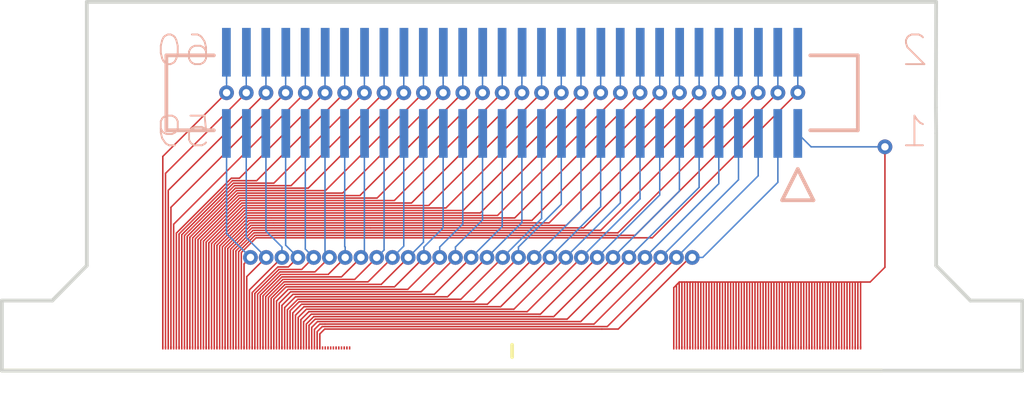
<source format=kicad_pcb>
(kicad_pcb (version 20171130) (host pcbnew 5.1.5)

  (general
    (thickness 1.6)
    (drawings 16)
    (tracks 514)
    (zones 0)
    (modules 3)
    (nets 73)
  )

  (page A4)
  (layers
    (0 Top signal)
    (31 Bottom signal)
    (32 B.Adhes user)
    (33 F.Adhes user)
    (34 B.Paste user)
    (35 F.Paste user)
    (36 B.SilkS user)
    (37 F.SilkS user)
    (38 B.Mask user)
    (39 F.Mask user)
    (40 Dwgs.User user)
    (41 Cmts.User user)
    (42 Eco1.User user)
    (43 Eco2.User user)
    (44 Edge.Cuts user)
    (45 Margin user)
    (46 B.CrtYd user)
    (47 F.CrtYd user)
    (48 B.Fab user hide)
    (49 F.Fab user)
  )

  (setup
    (last_trace_width 0.061)
    (trace_clearance 0.04)
    (zone_clearance 0.508)
    (zone_45_only no)
    (trace_min 0.05)
    (via_size 0.6)
    (via_drill 0.3)
    (via_min_size 0.5)
    (via_min_drill 0.2)
    (uvia_size 0.3)
    (uvia_drill 0.1)
    (uvias_allowed no)
    (uvia_min_size 0.2)
    (uvia_min_drill 0.1)
    (edge_width 0.05)
    (segment_width 0.2)
    (pcb_text_width 0.3)
    (pcb_text_size 1.5 1.5)
    (mod_edge_width 0.12)
    (mod_text_size 1 1)
    (mod_text_width 0.15)
    (pad_size 1.524 1.524)
    (pad_drill 0.762)
    (pad_to_mask_clearance 0.051)
    (solder_mask_min_width 0.25)
    (aux_axis_origin 0 0)
    (visible_elements FFFFFF7F)
    (pcbplotparams
      (layerselection 0x010fc_ffffffff)
      (usegerberextensions false)
      (usegerberattributes false)
      (usegerberadvancedattributes false)
      (creategerberjobfile false)
      (excludeedgelayer true)
      (linewidth 0.100000)
      (plotframeref false)
      (viasonmask false)
      (mode 1)
      (useauxorigin false)
      (hpglpennumber 1)
      (hpglpenspeed 20)
      (hpglpendiameter 15.000000)
      (psnegative false)
      (psa4output false)
      (plotreference true)
      (plotvalue true)
      (plotinvisibletext false)
      (padsonsilk false)
      (subtractmaskfromsilk false)
      (outputformat 1)
      (mirror false)
      (drillshape 1)
      (scaleselection 1)
      (outputdirectory ""))
  )

  (net 0 "")
  (net 1 /GND)
  (net 2 /P47)
  (net 3 /P46)
  (net 4 /P45)
  (net 5 /P44)
  (net 6 /P43)
  (net 7 /P42)
  (net 8 /P41)
  (net 9 /P40)
  (net 10 /P39)
  (net 11 /P38)
  (net 12 /P37)
  (net 13 /P36)
  (net 14 /P35)
  (net 15 /P34)
  (net 16 /P33)
  (net 17 /P32)
  (net 18 /P31)
  (net 19 /P30)
  (net 20 /P29)
  (net 21 /P28)
  (net 22 /P27)
  (net 23 /P26)
  (net 24 /P25)
  (net 25 /P24)
  (net 26 /P23)
  (net 27 /P22)
  (net 28 /P21)
  (net 29 /P20)
  (net 30 /P19)
  (net 31 /P18)
  (net 32 /P17)
  (net 33 /P16)
  (net 34 /P15)
  (net 35 /P14)
  (net 36 /P13)
  (net 37 /P12)
  (net 38 /P11)
  (net 39 /P10)
  (net 40 /P9)
  (net 41 /P8)
  (net 42 /P7)
  (net 43 /P6)
  (net 44 /P5)
  (net 45 /P4)
  (net 46 /P3)
  (net 47 /P2)
  (net 48 /P1)
  (net 49 /COM)
  (net 50 /P48)
  (net 51 /P49)
  (net 52 /P50)
  (net 53 /P51)
  (net 54 /P52)
  (net 55 /P53)
  (net 56 /P54)
  (net 57 /P55)
  (net 58 /P56)
  (net 59 /P57)
  (net 60 /P58)
  (net 61 /P59)
  (net 62 /P70)
  (net 63 /P69)
  (net 64 /P68)
  (net 65 /P67)
  (net 66 /P66)
  (net 67 /P65)
  (net 68 /P64)
  (net 69 /P63)
  (net 70 /P62)
  (net 71 /P61)
  (net 72 /P60)

  (net_class Default "This is the default net class."
    (clearance 0.04)
    (trace_width 0.061)
    (via_dia 0.6)
    (via_drill 0.3)
    (uvia_dia 0.3)
    (uvia_drill 0.1)
    (add_net /COM)
    (add_net /P1)
    (add_net /P10)
    (add_net /P11)
    (add_net /P12)
    (add_net /P13)
    (add_net /P14)
    (add_net /P15)
    (add_net /P16)
    (add_net /P17)
    (add_net /P18)
    (add_net /P19)
    (add_net /P2)
    (add_net /P20)
    (add_net /P21)
    (add_net /P22)
    (add_net /P23)
    (add_net /P24)
    (add_net /P25)
    (add_net /P26)
    (add_net /P27)
    (add_net /P28)
    (add_net /P29)
    (add_net /P3)
    (add_net /P30)
    (add_net /P31)
    (add_net /P32)
    (add_net /P33)
    (add_net /P34)
    (add_net /P35)
    (add_net /P36)
    (add_net /P37)
    (add_net /P38)
    (add_net /P39)
    (add_net /P4)
    (add_net /P40)
    (add_net /P41)
    (add_net /P42)
    (add_net /P43)
    (add_net /P44)
    (add_net /P45)
    (add_net /P46)
    (add_net /P47)
    (add_net /P48)
    (add_net /P49)
    (add_net /P5)
    (add_net /P50)
    (add_net /P51)
    (add_net /P52)
    (add_net /P53)
    (add_net /P54)
    (add_net /P55)
    (add_net /P56)
    (add_net /P57)
    (add_net /P58)
    (add_net /P59)
    (add_net /P6)
    (add_net /P60)
    (add_net /P61)
    (add_net /P62)
    (add_net /P63)
    (add_net /P64)
    (add_net /P65)
    (add_net /P66)
    (add_net /P67)
    (add_net /P68)
    (add_net /P69)
    (add_net /P7)
    (add_net /P70)
    (add_net /P8)
    (add_net /P9)
  )

  (module unl_silab:ETROC_70pad_61x126um_110um_pitch (layer Top) (tedit 5E45A653) (tstamp 5E4625F8)
    (at 155.07 111.58)
    (path /5E48550C)
    (fp_text reference J3 (at 0 -1.85) (layer F.SilkS) hide
      (effects (font (size 1 1) (thickness 0.15)))
    )
    (fp_text value Conn_02x35_Top_Bottom (at 0 -1.85) (layer F.Fab) hide
      (effects (font (size 1 1) (thickness 0.15)))
    )
    (pad 70 smd rect (at 7.59 0) (size 0.061 0.126) (layers Top F.Mask)
      (net 49 /COM))
    (pad 69 smd rect (at 7.48 0) (size 0.061 0.126) (layers Top F.Mask)
      (net 49 /COM))
    (pad 68 smd rect (at 7.37 0) (size 0.061 0.126) (layers Top F.Mask)
      (net 49 /COM))
    (pad 67 smd rect (at 7.26 0) (size 0.061 0.126) (layers Top F.Mask)
      (net 49 /COM))
    (pad 66 smd rect (at 7.15 0) (size 0.061 0.126) (layers Top F.Mask)
      (net 49 /COM))
    (pad 65 smd rect (at 7.04 0) (size 0.061 0.126) (layers Top F.Mask)
      (net 49 /COM))
    (pad 64 smd rect (at 6.93 0) (size 0.061 0.126) (layers Top F.Mask)
      (net 49 /COM))
    (pad 63 smd rect (at 6.82 0) (size 0.061 0.126) (layers Top F.Mask)
      (net 49 /COM))
    (pad 62 smd rect (at 6.71 0) (size 0.061 0.126) (layers Top F.Mask)
      (net 49 /COM))
    (pad 61 smd rect (at 6.6 0) (size 0.061 0.126) (layers Top F.Mask)
      (net 49 /COM))
    (pad 60 smd rect (at 6.49 0) (size 0.061 0.126) (layers Top F.Mask)
      (net 49 /COM))
    (pad 59 smd rect (at 6.38 0) (size 0.061 0.126) (layers Top F.Mask)
      (net 49 /COM))
    (pad 58 smd rect (at 6.27 0) (size 0.061 0.126) (layers Top F.Mask)
      (net 49 /COM))
    (pad 57 smd rect (at 6.16 0) (size 0.061 0.126) (layers Top F.Mask)
      (net 49 /COM))
    (pad 56 smd rect (at 6.05 0) (size 0.061 0.126) (layers Top F.Mask)
      (net 49 /COM))
    (pad 55 smd rect (at 5.94 0) (size 0.061 0.126) (layers Top F.Mask)
      (net 49 /COM))
    (pad 54 smd rect (at 5.83 0) (size 0.061 0.126) (layers Top F.Mask)
      (net 49 /COM))
    (pad 53 smd rect (at 5.72 0) (size 0.061 0.126) (layers Top F.Mask)
      (net 49 /COM))
    (pad 52 smd rect (at 5.61 0) (size 0.061 0.126) (layers Top F.Mask)
      (net 49 /COM))
    (pad 51 smd rect (at 5.5 0) (size 0.061 0.126) (layers Top F.Mask)
      (net 49 /COM))
    (pad 50 smd rect (at 5.39 0) (size 0.061 0.126) (layers Top F.Mask)
      (net 49 /COM))
    (pad 49 smd rect (at 5.28 0) (size 0.061 0.126) (layers Top F.Mask)
      (net 49 /COM))
    (pad 48 smd rect (at 5.17 0) (size 0.061 0.126) (layers Top F.Mask)
      (net 49 /COM))
    (pad 47 smd rect (at 5.06 0) (size 0.061 0.126) (layers Top F.Mask)
      (net 49 /COM))
    (pad 46 smd rect (at 4.95 0) (size 0.061 0.126) (layers Top F.Mask)
      (net 49 /COM))
    (pad 45 smd rect (at 4.84 0) (size 0.061 0.126) (layers Top F.Mask)
      (net 49 /COM))
    (pad 44 smd rect (at 4.73 0) (size 0.061 0.126) (layers Top F.Mask)
      (net 49 /COM))
    (pad 43 smd rect (at 4.62 0) (size 0.061 0.126) (layers Top F.Mask)
      (net 49 /COM))
    (pad 42 smd rect (at 4.51 0) (size 0.061 0.126) (layers Top F.Mask)
      (net 49 /COM))
    (pad 41 smd rect (at 4.4 0) (size 0.061 0.126) (layers Top F.Mask)
      (net 49 /COM))
    (pad 40 smd rect (at 4.29 0) (size 0.061 0.126) (layers Top F.Mask)
      (net 49 /COM))
    (pad 39 smd rect (at 4.18 0) (size 0.061 0.126) (layers Top F.Mask)
      (net 49 /COM))
    (pad 38 smd rect (at 4.07 0) (size 0.061 0.126) (layers Top F.Mask)
      (net 49 /COM))
    (pad 37 smd rect (at 3.96 0) (size 0.061 0.126) (layers Top F.Mask)
      (net 49 /COM))
    (pad 36 smd rect (at 3.85 0) (size 0.061 0.126) (layers Top F.Mask)
      (net 49 /COM))
    (pad 35 smd rect (at 3.74 0) (size 0.061 0.126) (layers Top F.Mask)
      (net 49 /COM))
    (pad 34 smd rect (at 3.63 0) (size 0.061 0.126) (layers Top F.Mask)
      (net 49 /COM))
    (pad 33 smd rect (at 3.52 0) (size 0.061 0.126) (layers Top F.Mask)
      (net 49 /COM))
    (pad 32 smd rect (at 3.41 0) (size 0.061 0.126) (layers Top F.Mask)
      (net 49 /COM))
    (pad 31 smd rect (at 3.3 0) (size 0.061 0.126) (layers Top F.Mask)
      (net 49 /COM))
    (pad 30 smd rect (at 3.19 0) (size 0.061 0.126) (layers Top F.Mask)
      (net 49 /COM))
    (pad 29 smd rect (at 3.08 0) (size 0.061 0.126) (layers Top F.Mask)
      (net 49 /COM))
    (pad 28 smd rect (at 2.97 0) (size 0.061 0.126) (layers Top F.Mask)
      (net 49 /COM))
    (pad 27 smd rect (at 2.86 0) (size 0.061 0.126) (layers Top F.Mask)
      (net 49 /COM))
    (pad 26 smd rect (at 2.75 0) (size 0.061 0.126) (layers Top F.Mask)
      (net 49 /COM))
    (pad 25 smd rect (at 2.64 0) (size 0.061 0.126) (layers Top F.Mask)
      (net 49 /COM))
    (pad 24 smd rect (at 2.53 0) (size 0.061 0.126) (layers Top F.Mask)
      (net 49 /COM))
    (pad 23 smd rect (at 2.42 0) (size 0.061 0.126) (layers Top F.Mask)
      (net 49 /COM))
    (pad 22 smd rect (at 2.31 0) (size 0.061 0.126) (layers Top F.Mask)
      (net 49 /COM))
    (pad 21 smd rect (at 2.2 0) (size 0.061 0.126) (layers Top F.Mask)
      (net 49 /COM))
    (pad 20 smd rect (at 2.09 0) (size 0.061 0.126) (layers Top F.Mask)
      (net 49 /COM))
    (pad 19 smd rect (at 1.98 0) (size 0.061 0.126) (layers Top F.Mask)
      (net 49 /COM))
    (pad 18 smd rect (at 1.87 0) (size 0.061 0.126) (layers Top F.Mask)
      (net 49 /COM))
    (pad 17 smd rect (at 1.76 0) (size 0.061 0.126) (layers Top F.Mask)
      (net 49 /COM))
    (pad 16 smd rect (at 1.65 0) (size 0.061 0.126) (layers Top F.Mask)
      (net 49 /COM))
    (pad 15 smd rect (at 1.54 0) (size 0.061 0.126) (layers Top F.Mask)
      (net 49 /COM))
    (pad 14 smd rect (at 1.43 0) (size 0.061 0.126) (layers Top F.Mask)
      (net 49 /COM))
    (pad 13 smd rect (at 1.32 0) (size 0.061 0.126) (layers Top F.Mask)
      (net 49 /COM))
    (pad 12 smd rect (at 1.21 0) (size 0.061 0.126) (layers Top F.Mask)
      (net 49 /COM))
    (pad 11 smd rect (at 1.1 0) (size 0.061 0.126) (layers Top F.Mask)
      (net 49 /COM))
    (pad 10 smd rect (at 0.99 0) (size 0.061 0.126) (layers Top F.Mask)
      (net 49 /COM))
    (pad 9 smd rect (at 0.88 0) (size 0.061 0.126) (layers Top F.Mask)
      (net 49 /COM))
    (pad 8 smd rect (at 0.77 0) (size 0.061 0.126) (layers Top F.Mask)
      (net 49 /COM))
    (pad 7 smd rect (at 0.66 0) (size 0.061 0.126) (layers Top F.Mask)
      (net 49 /COM))
    (pad 6 smd rect (at 0.55 0) (size 0.061 0.126) (layers Top F.Mask)
      (net 49 /COM))
    (pad 5 smd rect (at 0.44 0) (size 0.061 0.126) (layers Top F.Mask)
      (net 49 /COM))
    (pad 4 smd rect (at 0.33 0) (size 0.061 0.126) (layers Top F.Mask)
      (net 49 /COM))
    (pad 3 smd rect (at 0.22 0) (size 0.061 0.126) (layers Top F.Mask)
      (net 49 /COM))
    (pad 2 smd rect (at 0.11 0) (size 0.061 0.126) (layers Top F.Mask)
      (net 49 /COM))
    (pad 1 smd rect (at 0 0) (size 0.061 0.126) (layers Top F.Mask)
      (net 49 /COM))
  )

  (module unl_silab:ETROC_70pad_61x126um_110um_pitch (layer Top) (tedit 5E45A653) (tstamp 5E46297D)
    (at 134.31 111.58)
    (path /5E47623D)
    (fp_text reference J2 (at 0 -1.85) (layer F.SilkS) hide
      (effects (font (size 1 1) (thickness 0.15)))
    )
    (fp_text value Conn_02x35_Top_Bottom (at 0 -1.85) (layer F.Fab) hide
      (effects (font (size 1 1) (thickness 0.15)))
    )
    (pad 70 smd rect (at 7.59 0) (size 0.061 0.126) (layers Top F.Mask)
      (net 62 /P70))
    (pad 69 smd rect (at 7.48 0) (size 0.061 0.126) (layers Top F.Mask)
      (net 63 /P69))
    (pad 68 smd rect (at 7.37 0) (size 0.061 0.126) (layers Top F.Mask)
      (net 64 /P68))
    (pad 67 smd rect (at 7.26 0) (size 0.061 0.126) (layers Top F.Mask)
      (net 65 /P67))
    (pad 66 smd rect (at 7.15 0) (size 0.061 0.126) (layers Top F.Mask)
      (net 66 /P66))
    (pad 65 smd rect (at 7.04 0) (size 0.061 0.126) (layers Top F.Mask)
      (net 67 /P65))
    (pad 64 smd rect (at 6.93 0) (size 0.061 0.126) (layers Top F.Mask)
      (net 68 /P64))
    (pad 63 smd rect (at 6.82 0) (size 0.061 0.126) (layers Top F.Mask)
      (net 69 /P63))
    (pad 62 smd rect (at 6.71 0) (size 0.061 0.126) (layers Top F.Mask)
      (net 70 /P62))
    (pad 61 smd rect (at 6.6 0) (size 0.061 0.126) (layers Top F.Mask)
      (net 71 /P61))
    (pad 60 smd rect (at 6.49 0) (size 0.061 0.126) (layers Top F.Mask)
      (net 72 /P60))
    (pad 59 smd rect (at 6.38 0) (size 0.061 0.126) (layers Top F.Mask)
      (net 61 /P59))
    (pad 58 smd rect (at 6.27 0) (size 0.061 0.126) (layers Top F.Mask)
      (net 60 /P58))
    (pad 57 smd rect (at 6.16 0) (size 0.061 0.126) (layers Top F.Mask)
      (net 59 /P57))
    (pad 56 smd rect (at 6.05 0) (size 0.061 0.126) (layers Top F.Mask)
      (net 58 /P56))
    (pad 55 smd rect (at 5.94 0) (size 0.061 0.126) (layers Top F.Mask)
      (net 57 /P55))
    (pad 54 smd rect (at 5.83 0) (size 0.061 0.126) (layers Top F.Mask)
      (net 56 /P54))
    (pad 53 smd rect (at 5.72 0) (size 0.061 0.126) (layers Top F.Mask)
      (net 55 /P53))
    (pad 52 smd rect (at 5.61 0) (size 0.061 0.126) (layers Top F.Mask)
      (net 54 /P52))
    (pad 51 smd rect (at 5.5 0) (size 0.061 0.126) (layers Top F.Mask)
      (net 53 /P51))
    (pad 50 smd rect (at 5.39 0) (size 0.061 0.126) (layers Top F.Mask)
      (net 52 /P50))
    (pad 49 smd rect (at 5.28 0) (size 0.061 0.126) (layers Top F.Mask)
      (net 51 /P49))
    (pad 48 smd rect (at 5.17 0) (size 0.061 0.126) (layers Top F.Mask)
      (net 50 /P48))
    (pad 47 smd rect (at 5.06 0) (size 0.061 0.126) (layers Top F.Mask)
      (net 2 /P47))
    (pad 46 smd rect (at 4.95 0) (size 0.061 0.126) (layers Top F.Mask)
      (net 3 /P46))
    (pad 45 smd rect (at 4.84 0) (size 0.061 0.126) (layers Top F.Mask)
      (net 4 /P45))
    (pad 44 smd rect (at 4.73 0) (size 0.061 0.126) (layers Top F.Mask)
      (net 5 /P44))
    (pad 43 smd rect (at 4.62 0) (size 0.061 0.126) (layers Top F.Mask)
      (net 6 /P43))
    (pad 42 smd rect (at 4.51 0) (size 0.061 0.126) (layers Top F.Mask)
      (net 7 /P42))
    (pad 41 smd rect (at 4.4 0) (size 0.061 0.126) (layers Top F.Mask)
      (net 8 /P41))
    (pad 40 smd rect (at 4.29 0) (size 0.061 0.126) (layers Top F.Mask)
      (net 9 /P40))
    (pad 39 smd rect (at 4.18 0) (size 0.061 0.126) (layers Top F.Mask)
      (net 10 /P39))
    (pad 38 smd rect (at 4.07 0) (size 0.061 0.126) (layers Top F.Mask)
      (net 11 /P38))
    (pad 37 smd rect (at 3.96 0) (size 0.061 0.126) (layers Top F.Mask)
      (net 12 /P37))
    (pad 36 smd rect (at 3.85 0) (size 0.061 0.126) (layers Top F.Mask)
      (net 13 /P36))
    (pad 35 smd rect (at 3.74 0) (size 0.061 0.126) (layers Top F.Mask)
      (net 14 /P35))
    (pad 34 smd rect (at 3.63 0) (size 0.061 0.126) (layers Top F.Mask)
      (net 15 /P34))
    (pad 33 smd rect (at 3.52 0) (size 0.061 0.126) (layers Top F.Mask)
      (net 16 /P33))
    (pad 32 smd rect (at 3.41 0) (size 0.061 0.126) (layers Top F.Mask)
      (net 17 /P32))
    (pad 31 smd rect (at 3.3 0) (size 0.061 0.126) (layers Top F.Mask)
      (net 18 /P31))
    (pad 30 smd rect (at 3.19 0) (size 0.061 0.126) (layers Top F.Mask)
      (net 19 /P30))
    (pad 29 smd rect (at 3.08 0) (size 0.061 0.126) (layers Top F.Mask)
      (net 20 /P29))
    (pad 28 smd rect (at 2.97 0) (size 0.061 0.126) (layers Top F.Mask)
      (net 21 /P28))
    (pad 27 smd rect (at 2.86 0) (size 0.061 0.126) (layers Top F.Mask)
      (net 22 /P27))
    (pad 26 smd rect (at 2.75 0) (size 0.061 0.126) (layers Top F.Mask)
      (net 23 /P26))
    (pad 25 smd rect (at 2.64 0) (size 0.061 0.126) (layers Top F.Mask)
      (net 24 /P25))
    (pad 24 smd rect (at 2.53 0) (size 0.061 0.126) (layers Top F.Mask)
      (net 25 /P24))
    (pad 23 smd rect (at 2.42 0) (size 0.061 0.126) (layers Top F.Mask)
      (net 26 /P23))
    (pad 22 smd rect (at 2.31 0) (size 0.061 0.126) (layers Top F.Mask)
      (net 27 /P22))
    (pad 21 smd rect (at 2.2 0) (size 0.061 0.126) (layers Top F.Mask)
      (net 28 /P21))
    (pad 20 smd rect (at 2.09 0) (size 0.061 0.126) (layers Top F.Mask)
      (net 29 /P20))
    (pad 19 smd rect (at 1.98 0) (size 0.061 0.126) (layers Top F.Mask)
      (net 30 /P19))
    (pad 18 smd rect (at 1.87 0) (size 0.061 0.126) (layers Top F.Mask)
      (net 31 /P18))
    (pad 17 smd rect (at 1.76 0) (size 0.061 0.126) (layers Top F.Mask)
      (net 32 /P17))
    (pad 16 smd rect (at 1.65 0) (size 0.061 0.126) (layers Top F.Mask)
      (net 33 /P16))
    (pad 15 smd rect (at 1.54 0) (size 0.061 0.126) (layers Top F.Mask)
      (net 34 /P15))
    (pad 14 smd rect (at 1.43 0) (size 0.061 0.126) (layers Top F.Mask)
      (net 35 /P14))
    (pad 13 smd rect (at 1.32 0) (size 0.061 0.126) (layers Top F.Mask)
      (net 36 /P13))
    (pad 12 smd rect (at 1.21 0) (size 0.061 0.126) (layers Top F.Mask)
      (net 37 /P12))
    (pad 11 smd rect (at 1.1 0) (size 0.061 0.126) (layers Top F.Mask)
      (net 38 /P11))
    (pad 10 smd rect (at 0.99 0) (size 0.061 0.126) (layers Top F.Mask)
      (net 39 /P10))
    (pad 9 smd rect (at 0.88 0) (size 0.061 0.126) (layers Top F.Mask)
      (net 40 /P9))
    (pad 8 smd rect (at 0.77 0) (size 0.061 0.126) (layers Top F.Mask)
      (net 41 /P8))
    (pad 7 smd rect (at 0.66 0) (size 0.061 0.126) (layers Top F.Mask)
      (net 42 /P7))
    (pad 6 smd rect (at 0.55 0) (size 0.061 0.126) (layers Top F.Mask)
      (net 43 /P6))
    (pad 5 smd rect (at 0.44 0) (size 0.061 0.126) (layers Top F.Mask)
      (net 44 /P5))
    (pad 4 smd rect (at 0.33 0) (size 0.061 0.126) (layers Top F.Mask)
      (net 45 /P4))
    (pad 3 smd rect (at 0.22 0) (size 0.061 0.126) (layers Top F.Mask)
      (net 46 /P3))
    (pad 2 smd rect (at 0.11 0) (size 0.061 0.126) (layers Top F.Mask)
      (net 47 /P2))
    (pad 1 smd rect (at 0 0) (size 0.061 0.126) (layers Top F.Mask)
      (net 48 /P1))
  )

  (module MechanicalAlNFlex:SAMTEC_FTE-130-01-G-DV-EC (layer Bottom) (tedit 0) (tstamp 5E3C5AD9)
    (at 148.5011 101.2036 180)
    (path /5E447D4B)
    (fp_text reference J1 (at -15.08 -0.7766) (layer B.SilkS) hide
      (effects (font (size 1.97866 1.97866) (thickness 0.197866)) (justify right bottom mirror))
    )
    (fp_text value Conn_02x30_Odd_Even (at 18.5011 3.4036) (layer B.Fab)
      (effects (font (size 1.97866 1.97866) (thickness 0.197866)) (justify right bottom mirror))
    )
    (fp_text user 59 (at 14.5542 -2.286 180) (layer B.Fab)
      (effects (font (size 1.2065 1.2065) (thickness 0.0762)) (justify right bottom mirror))
    )
    (fp_text user 60 (at 14.5542 1.016 180) (layer B.Fab)
      (effects (font (size 1.2065 1.2065) (thickness 0.0762)) (justify right bottom mirror))
    )
    (fp_text user 1 (at -15.7226 -2.286 180) (layer B.Fab)
      (effects (font (size 1.2065 1.2065) (thickness 0.0762)) (justify right bottom mirror))
    )
    (fp_text user 2 (at -15.7226 1.016 180) (layer B.Fab)
      (effects (font (size 1.2065 1.2065) (thickness 0.0762)) (justify right bottom mirror))
    )
    (fp_line (start 14.0462 1.524) (end -14.0462 1.524) (layer B.Fab) (width 0.1524))
    (fp_line (start 14.0462 -1.524) (end 14.0462 1.524) (layer B.Fab) (width 0.1524))
    (fp_line (start -14.0462 -1.524) (end 14.0462 -1.524) (layer B.Fab) (width 0.1524))
    (fp_line (start -14.0462 1.524) (end -14.0462 -1.524) (layer B.Fab) (width 0.1524))
    (fp_line (start -12.2428 -4.3688) (end -11.6078 -3.0988) (layer B.Fab) (width 0.1524))
    (fp_line (start -10.9728 -4.3688) (end -12.2428 -4.3688) (layer B.Fab) (width 0.1524))
    (fp_line (start -11.6078 -3.0988) (end -10.9728 -4.3688) (layer B.Fab) (width 0.1524))
    (fp_text user 59 (at 14.5542 -2.286 180) (layer B.SilkS)
      (effects (font (size 1.2065 1.2065) (thickness 0.0762)) (justify right bottom mirror))
    )
    (fp_text user 60 (at 14.5542 1.016 180) (layer B.SilkS)
      (effects (font (size 1.2065 1.2065) (thickness 0.0762)) (justify right bottom mirror))
    )
    (fp_text user 1 (at -15.7226 -2.286 180) (layer B.SilkS)
      (effects (font (size 1.2065 1.2065) (thickness 0.0762)) (justify right bottom mirror))
    )
    (fp_text user 2 (at -15.7226 1.016 180) (layer B.SilkS)
      (effects (font (size 1.2065 1.2065) (thickness 0.0762)) (justify right bottom mirror))
    )
    (fp_line (start 14.0462 1.524) (end 12.1158 1.524) (layer B.SilkS) (width 0.1524))
    (fp_line (start 14.0462 -1.524) (end 14.0462 1.524) (layer B.SilkS) (width 0.1524))
    (fp_line (start -14.0462 -1.524) (end -12.1158 -1.524) (layer B.SilkS) (width 0.1524))
    (fp_line (start -14.0462 1.524) (end -14.0462 -1.524) (layer B.SilkS) (width 0.1524))
    (fp_line (start -12.2428 -4.3688) (end -11.6078 -3.0988) (layer B.SilkS) (width 0.1524))
    (fp_line (start -10.9728 -4.3688) (end -12.2428 -4.3688) (layer B.SilkS) (width 0.1524))
    (fp_line (start -11.6078 -3.0988) (end -10.9728 -4.3688) (layer B.SilkS) (width 0.1524))
    (fp_line (start 12.1158 -1.524) (end 14.0462 -1.524) (layer B.SilkS) (width 0.1524))
    (fp_line (start -12.1158 1.524) (end -14.0462 1.524) (layer B.SilkS) (width 0.1524))
    (pad 60 smd rect (at 11.6078 1.651 180) (size 0.3556 1.9812) (layers Bottom B.Paste B.Mask)
      (net 48 /P1) (solder_mask_margin 0.0762))
    (pad 59 smd rect (at 11.6078 -1.651 180) (size 0.3556 1.9812) (layers Bottom B.Paste B.Mask)
      (net 18 /P31) (solder_mask_margin 0.0762))
    (pad 58 smd rect (at 10.795 1.651 180) (size 0.3556 1.9812) (layers Bottom B.Paste B.Mask)
      (net 47 /P2) (solder_mask_margin 0.0762))
    (pad 57 smd rect (at 10.795 -1.651 180) (size 0.3556 1.9812) (layers Bottom B.Paste B.Mask)
      (net 17 /P32) (solder_mask_margin 0.0762))
    (pad 56 smd rect (at 10.0076 1.651 180) (size 0.3556 1.9812) (layers Bottom B.Paste B.Mask)
      (net 46 /P3) (solder_mask_margin 0.0762))
    (pad 55 smd rect (at 10.0076 -1.651 180) (size 0.3556 1.9812) (layers Bottom B.Paste B.Mask)
      (net 16 /P33) (solder_mask_margin 0.0762))
    (pad 54 smd rect (at 9.1948 1.651 180) (size 0.3556 1.9812) (layers Bottom B.Paste B.Mask)
      (net 45 /P4) (solder_mask_margin 0.0762))
    (pad 53 smd rect (at 9.1948 -1.651 180) (size 0.3556 1.9812) (layers Bottom B.Paste B.Mask)
      (net 15 /P34) (solder_mask_margin 0.0762))
    (pad 52 smd rect (at 8.4074 1.651 180) (size 0.3556 1.9812) (layers Bottom B.Paste B.Mask)
      (net 44 /P5) (solder_mask_margin 0.0762))
    (pad 51 smd rect (at 8.4074 -1.651 180) (size 0.3556 1.9812) (layers Bottom B.Paste B.Mask)
      (net 14 /P35) (solder_mask_margin 0.0762))
    (pad 50 smd rect (at 7.5946 1.651 180) (size 0.3556 1.9812) (layers Bottom B.Paste B.Mask)
      (net 43 /P6) (solder_mask_margin 0.0762))
    (pad 49 smd rect (at 7.5946 -1.651 180) (size 0.3556 1.9812) (layers Bottom B.Paste B.Mask)
      (net 13 /P36) (solder_mask_margin 0.0762))
    (pad 48 smd rect (at 6.8072 1.651 180) (size 0.3556 1.9812) (layers Bottom B.Paste B.Mask)
      (net 42 /P7) (solder_mask_margin 0.0762))
    (pad 47 smd rect (at 6.8072 -1.651 180) (size 0.3556 1.9812) (layers Bottom B.Paste B.Mask)
      (net 12 /P37) (solder_mask_margin 0.0762))
    (pad 46 smd rect (at 5.9944 1.651 180) (size 0.3556 1.9812) (layers Bottom B.Paste B.Mask)
      (net 41 /P8) (solder_mask_margin 0.0762))
    (pad 45 smd rect (at 5.9944 -1.651 180) (size 0.3556 1.9812) (layers Bottom B.Paste B.Mask)
      (net 11 /P38) (solder_mask_margin 0.0762))
    (pad 44 smd rect (at 5.207 1.651 180) (size 0.3556 1.9812) (layers Bottom B.Paste B.Mask)
      (net 40 /P9) (solder_mask_margin 0.0762))
    (pad 43 smd rect (at 5.207 -1.651 180) (size 0.3556 1.9812) (layers Bottom B.Paste B.Mask)
      (net 10 /P39) (solder_mask_margin 0.0762))
    (pad 42 smd rect (at 4.3942 1.651 180) (size 0.3556 1.9812) (layers Bottom B.Paste B.Mask)
      (net 39 /P10) (solder_mask_margin 0.0762))
    (pad 41 smd rect (at 4.3942 -1.651 180) (size 0.3556 1.9812) (layers Bottom B.Paste B.Mask)
      (net 9 /P40) (solder_mask_margin 0.0762))
    (pad 40 smd rect (at 3.6068 1.651 180) (size 0.3556 1.9812) (layers Bottom B.Paste B.Mask)
      (net 38 /P11) (solder_mask_margin 0.0762))
    (pad 39 smd rect (at 3.6068 -1.651 180) (size 0.3556 1.9812) (layers Bottom B.Paste B.Mask)
      (net 8 /P41) (solder_mask_margin 0.0762))
    (pad 38 smd rect (at 2.794 1.651 180) (size 0.3556 1.9812) (layers Bottom B.Paste B.Mask)
      (net 37 /P12) (solder_mask_margin 0.0762))
    (pad 37 smd rect (at 2.794 -1.651 180) (size 0.3556 1.9812) (layers Bottom B.Paste B.Mask)
      (net 7 /P42) (solder_mask_margin 0.0762))
    (pad 36 smd rect (at 2.0066 1.651 180) (size 0.3556 1.9812) (layers Bottom B.Paste B.Mask)
      (net 36 /P13) (solder_mask_margin 0.0762))
    (pad 35 smd rect (at 2.0066 -1.651 180) (size 0.3556 1.9812) (layers Bottom B.Paste B.Mask)
      (net 6 /P43) (solder_mask_margin 0.0762))
    (pad 34 smd rect (at 1.1938 1.651 180) (size 0.3556 1.9812) (layers Bottom B.Paste B.Mask)
      (net 35 /P14) (solder_mask_margin 0.0762))
    (pad 33 smd rect (at 1.1938 -1.651 180) (size 0.3556 1.9812) (layers Bottom B.Paste B.Mask)
      (net 5 /P44) (solder_mask_margin 0.0762))
    (pad 32 smd rect (at 0.4064 1.651 180) (size 0.3556 1.9812) (layers Bottom B.Paste B.Mask)
      (net 34 /P15) (solder_mask_margin 0.0762))
    (pad 31 smd rect (at 0.4064 -1.651 180) (size 0.3556 1.9812) (layers Bottom B.Paste B.Mask)
      (net 4 /P45) (solder_mask_margin 0.0762))
    (pad 30 smd rect (at -0.4064 1.651 180) (size 0.3556 1.9812) (layers Bottom B.Paste B.Mask)
      (net 33 /P16) (solder_mask_margin 0.0762))
    (pad 29 smd rect (at -0.4064 -1.651 180) (size 0.3556 1.9812) (layers Bottom B.Paste B.Mask)
      (net 3 /P46) (solder_mask_margin 0.0762))
    (pad 28 smd rect (at -1.1938 1.651 180) (size 0.3556 1.9812) (layers Bottom B.Paste B.Mask)
      (net 32 /P17) (solder_mask_margin 0.0762))
    (pad 27 smd rect (at -1.1938 -1.651 180) (size 0.3556 1.9812) (layers Bottom B.Paste B.Mask)
      (net 2 /P47) (solder_mask_margin 0.0762))
    (pad 26 smd rect (at -2.0066 1.651 180) (size 0.3556 1.9812) (layers Bottom B.Paste B.Mask)
      (net 31 /P18) (solder_mask_margin 0.0762))
    (pad 25 smd rect (at -2.0066 -1.651 180) (size 0.3556 1.9812) (layers Bottom B.Paste B.Mask)
      (net 50 /P48) (solder_mask_margin 0.0762))
    (pad 24 smd rect (at -2.794 1.651 180) (size 0.3556 1.9812) (layers Bottom B.Paste B.Mask)
      (net 30 /P19) (solder_mask_margin 0.0762))
    (pad 23 smd rect (at -2.794 -1.651 180) (size 0.3556 1.9812) (layers Bottom B.Paste B.Mask)
      (net 51 /P49) (solder_mask_margin 0.0762))
    (pad 22 smd rect (at -3.6068 1.651 180) (size 0.3556 1.9812) (layers Bottom B.Paste B.Mask)
      (net 29 /P20) (solder_mask_margin 0.0762))
    (pad 21 smd rect (at -3.6068 -1.651 180) (size 0.3556 1.9812) (layers Bottom B.Paste B.Mask)
      (net 52 /P50) (solder_mask_margin 0.0762))
    (pad 20 smd rect (at -4.3942 1.651 180) (size 0.3556 1.9812) (layers Bottom B.Paste B.Mask)
      (net 28 /P21) (solder_mask_margin 0.0762))
    (pad 19 smd rect (at -4.3942 -1.651 180) (size 0.3556 1.9812) (layers Bottom B.Paste B.Mask)
      (net 53 /P51) (solder_mask_margin 0.0762))
    (pad 18 smd rect (at -5.207 1.651 180) (size 0.3556 1.9812) (layers Bottom B.Paste B.Mask)
      (net 27 /P22) (solder_mask_margin 0.0762))
    (pad 17 smd rect (at -5.207 -1.651 180) (size 0.3556 1.9812) (layers Bottom B.Paste B.Mask)
      (net 54 /P52) (solder_mask_margin 0.0762))
    (pad 16 smd rect (at -5.9944 1.651 180) (size 0.3556 1.9812) (layers Bottom B.Paste B.Mask)
      (net 26 /P23) (solder_mask_margin 0.0762))
    (pad 15 smd rect (at -5.9944 -1.651 180) (size 0.3556 1.9812) (layers Bottom B.Paste B.Mask)
      (net 55 /P53) (solder_mask_margin 0.0762))
    (pad 14 smd rect (at -6.8072 1.651 180) (size 0.3556 1.9812) (layers Bottom B.Paste B.Mask)
      (net 25 /P24) (solder_mask_margin 0.0762))
    (pad 13 smd rect (at -6.8072 -1.651 180) (size 0.3556 1.9812) (layers Bottom B.Paste B.Mask)
      (net 56 /P54) (solder_mask_margin 0.0762))
    (pad 12 smd rect (at -7.5946 1.651 180) (size 0.3556 1.9812) (layers Bottom B.Paste B.Mask)
      (net 24 /P25) (solder_mask_margin 0.0762))
    (pad 11 smd rect (at -7.5946 -1.651 180) (size 0.3556 1.9812) (layers Bottom B.Paste B.Mask)
      (net 57 /P55) (solder_mask_margin 0.0762))
    (pad 10 smd rect (at -8.4074 1.651 180) (size 0.3556 1.9812) (layers Bottom B.Paste B.Mask)
      (net 23 /P26) (solder_mask_margin 0.0762))
    (pad 9 smd rect (at -8.4074 -1.651 180) (size 0.3556 1.9812) (layers Bottom B.Paste B.Mask)
      (net 58 /P56) (solder_mask_margin 0.0762))
    (pad 8 smd rect (at -9.1948 1.651 180) (size 0.3556 1.9812) (layers Bottom B.Paste B.Mask)
      (net 22 /P27) (solder_mask_margin 0.0762))
    (pad 7 smd rect (at -9.1948 -1.651 180) (size 0.3556 1.9812) (layers Bottom B.Paste B.Mask)
      (net 59 /P57) (solder_mask_margin 0.0762))
    (pad 6 smd rect (at -10.0076 1.651 180) (size 0.3556 1.9812) (layers Bottom B.Paste B.Mask)
      (net 21 /P28) (solder_mask_margin 0.0762))
    (pad 5 smd rect (at -10.0076 -1.651 180) (size 0.3556 1.9812) (layers Bottom B.Paste B.Mask)
      (net 60 /P58) (solder_mask_margin 0.0762))
    (pad 4 smd rect (at -10.795 1.651 180) (size 0.3556 1.9812) (layers Bottom B.Paste B.Mask)
      (net 20 /P29) (solder_mask_margin 0.0762))
    (pad 3 smd rect (at -10.795 -1.651 180) (size 0.3556 1.9812) (layers Bottom B.Paste B.Mask)
      (net 61 /P59) (solder_mask_margin 0.0762))
    (pad 2 smd rect (at -11.6078 1.651 180) (size 0.3556 1.9812) (layers Bottom B.Paste B.Mask)
      (net 19 /P30) (solder_mask_margin 0.0762))
    (pad 1 smd rect (at -11.6078 -1.651 180) (size 0.3556 1.9812) (layers Bottom B.Paste B.Mask)
      (net 49 /COM) (solder_mask_margin 0.0762))
  )

  (gr_line (start 158.8661 110.16) (end 158.8661 113.22) (layer Dwgs.User) (width 0.05))
  (gr_line (start 138.10605 110.02) (end 138.10605 114.3) (layer Dwgs.User) (width 0.05))
  (gr_line (start 127.7711 112.5036) (end 163.5211 112.5036) (layer F.SilkS) (width 0.1524) (tstamp A1CD0620))
  (gr_line (start 127.7711 112.5036) (end 169.2311 112.5036) (layer Edge.Cuts) (width 0.1524) (tstamp A1CD0AA0))
  (gr_line (start 169.2311 112.5036) (end 169.2311 109.6536) (layer Edge.Cuts) (width 0.1524) (tstamp A1EC0790))
  (gr_line (start 169.2311 109.6536) (end 167.1211 109.6536) (layer Edge.Cuts) (width 0.1524) (tstamp A1EC0C20))
  (gr_line (start 167.1211 109.6536) (end 165.7311 108.2336) (layer Edge.Cuts) (width 0.1524) (tstamp A1EC10D0))
  (gr_line (start 165.7311 108.2336) (end 165.7311 102.8536) (layer Edge.Cuts) (width 0.1524) (tstamp A1EACB20))
  (gr_line (start 165.7311 102.8536) (end 165.7211 101.8036) (layer Edge.Cuts) (width 0.1524) (tstamp A1EACFA0))
  (gr_line (start 165.7311 97.5036) (end 131.2211 97.5036) (layer Edge.Cuts) (width 0.1524) (tstamp A1EAD450))
  (gr_line (start 131.2211 97.5036) (end 131.2211 108.2336) (layer Edge.Cuts) (width 0.1524) (tstamp A1CC1350))
  (gr_line (start 131.2211 108.2336) (end 129.8211 109.6536) (layer Edge.Cuts) (width 0.1524) (tstamp A1CC17E0))
  (gr_line (start 129.8211 109.6536) (end 127.7711 109.6536) (layer Edge.Cuts) (width 0.1524) (tstamp A1CC1C90))
  (gr_line (start 127.7711 109.6536) (end 127.7711 112.5036) (layer Edge.Cuts) (width 0.1524) (tstamp A1F29430))
  (gr_line (start 165.7311 97.5036) (end 165.7211 101.8036) (layer Edge.Cuts) (width 0.1524) (tstamp A1F29880))
  (gr_line (start 148.5011 111.4536) (end 148.5011 111.9536) (layer F.SilkS) (width 0.1524) (tstamp A1E3B6C0))

  (segment (start 162.55 111.59) (end 162.55 111.466) (width 0.061) (layer Top) (net 49) (tstamp 5E463224))
  (segment (start 162.55 111.466) (end 162.55 108.91) (width 0.061) (layer Top) (net 49) (tstamp 5E463225))
  (segment (start 162.22 111.59) (end 162.22 108.93) (width 0.061) (layer Top) (net 49) (tstamp 5E463226))
  (segment (start 162.44 111.59) (end 162.44 108.92) (width 0.061) (layer Top) (net 49) (tstamp 5E463227))
  (segment (start 162.33 111.59) (end 162.33 108.93) (width 0.061) (layer Top) (net 49) (tstamp 5E463228))
  (segment (start 162.11 111.59) (end 162.11 108.92) (width 0.061) (layer Top) (net 49) (tstamp 5E463229))
  (segment (start 162 111.59) (end 162 108.91) (width 0.061) (layer Top) (net 49) (tstamp 5E46322A))
  (segment (start 161.89 111.59) (end 161.89 111.466) (width 0.061) (layer Top) (net 49) (tstamp 5E463224))
  (segment (start 161.89 111.466) (end 161.89 108.91) (width 0.061) (layer Top) (net 49) (tstamp 5E463225))
  (segment (start 161.56 111.59) (end 161.56 108.93) (width 0.061) (layer Top) (net 49) (tstamp 5E463226))
  (segment (start 161.78 111.59) (end 161.78 108.92) (width 0.061) (layer Top) (net 49) (tstamp 5E463227))
  (segment (start 161.67 111.59) (end 161.67 108.93) (width 0.061) (layer Top) (net 49) (tstamp 5E463228))
  (segment (start 161.45 111.59) (end 161.45 108.92) (width 0.061) (layer Top) (net 49) (tstamp 5E463229))
  (segment (start 161.34 111.59) (end 161.34 108.91) (width 0.061) (layer Top) (net 49) (tstamp 5E46322A))
  (segment (start 161.23 111.59) (end 161.23 111.466) (width 0.061) (layer Top) (net 49) (tstamp 5E463224))
  (segment (start 161.23 111.466) (end 161.23 108.91) (width 0.061) (layer Top) (net 49) (tstamp 5E463225))
  (segment (start 160.9 111.59) (end 160.9 108.93) (width 0.061) (layer Top) (net 49) (tstamp 5E463226))
  (segment (start 161.12 111.59) (end 161.12 108.92) (width 0.061) (layer Top) (net 49) (tstamp 5E463227))
  (segment (start 161.01 111.59) (end 161.01 108.93) (width 0.061) (layer Top) (net 49) (tstamp 5E463228))
  (segment (start 160.79 111.59) (end 160.79 108.92) (width 0.061) (layer Top) (net 49) (tstamp 5E463229))
  (segment (start 160.68 111.59) (end 160.68 108.91) (width 0.061) (layer Top) (net 49) (tstamp 5E46322A))
  (segment (start 160.57 111.59) (end 160.57 111.466) (width 0.061) (layer Top) (net 49) (tstamp 5E463224))
  (segment (start 160.57 111.466) (end 160.57 108.91) (width 0.061) (layer Top) (net 49) (tstamp 5E463225))
  (segment (start 160.24 111.59) (end 160.24 108.93) (width 0.061) (layer Top) (net 49) (tstamp 5E463226))
  (segment (start 160.46 111.59) (end 160.46 108.92) (width 0.061) (layer Top) (net 49) (tstamp 5E463227))
  (segment (start 160.35 111.59) (end 160.35 108.93) (width 0.061) (layer Top) (net 49) (tstamp 5E463228))
  (segment (start 160.13 111.59) (end 160.13 108.92) (width 0.061) (layer Top) (net 49) (tstamp 5E463229))
  (segment (start 160.02 111.59) (end 160.02 108.91) (width 0.061) (layer Top) (net 49) (tstamp 5E46322A))
  (segment (start 159.91 111.59) (end 159.91 111.466) (width 0.061) (layer Top) (net 49) (tstamp 5E463224))
  (segment (start 159.91 111.466) (end 159.91 108.91) (width 0.061) (layer Top) (net 49) (tstamp 5E463225))
  (segment (start 159.58 111.59) (end 159.58 108.93) (width 0.061) (layer Top) (net 49) (tstamp 5E463226))
  (segment (start 159.8 111.59) (end 159.8 108.92) (width 0.061) (layer Top) (net 49) (tstamp 5E463227))
  (segment (start 159.69 111.59) (end 159.69 108.93) (width 0.061) (layer Top) (net 49) (tstamp 5E463228))
  (segment (start 159.47 111.59) (end 159.47 108.92) (width 0.061) (layer Top) (net 49) (tstamp 5E463229))
  (segment (start 159.36 111.59) (end 159.36 108.91) (width 0.061) (layer Top) (net 49) (tstamp 5E46322A))
  (segment (start 159.25 111.59) (end 159.25 111.466) (width 0.061) (layer Top) (net 49) (tstamp 5E463224))
  (segment (start 159.25 111.466) (end 159.25 108.91) (width 0.061) (layer Top) (net 49) (tstamp 5E463225))
  (segment (start 158.92 111.59) (end 158.92 108.93) (width 0.061) (layer Top) (net 49) (tstamp 5E463226))
  (segment (start 159.14 111.59) (end 159.14 108.92) (width 0.061) (layer Top) (net 49) (tstamp 5E463227))
  (segment (start 159.03 111.59) (end 159.03 108.93) (width 0.061) (layer Top) (net 49) (tstamp 5E463228))
  (segment (start 158.81 111.59) (end 158.81 108.92) (width 0.061) (layer Top) (net 49) (tstamp 5E463229))
  (segment (start 158.7 111.59) (end 158.7 108.91) (width 0.061) (layer Top) (net 49) (tstamp 5E46322A))
  (segment (start 158.59 111.59) (end 158.59 111.466) (width 0.061) (layer Top) (net 49) (tstamp 5E463224))
  (segment (start 158.59 111.466) (end 158.59 108.91) (width 0.061) (layer Top) (net 49) (tstamp 5E463225))
  (segment (start 158.26 111.59) (end 158.26 108.93) (width 0.061) (layer Top) (net 49) (tstamp 5E463226))
  (segment (start 158.48 111.59) (end 158.48 108.92) (width 0.061) (layer Top) (net 49) (tstamp 5E463227))
  (segment (start 158.37 111.59) (end 158.37 108.93) (width 0.061) (layer Top) (net 49) (tstamp 5E463228))
  (segment (start 158.15 111.59) (end 158.15 108.92) (width 0.061) (layer Top) (net 49) (tstamp 5E463229))
  (segment (start 158.04 111.59) (end 158.04 108.91) (width 0.061) (layer Top) (net 49) (tstamp 5E46322A))
  (segment (start 157.93 111.6) (end 157.93 111.476) (width 0.061) (layer Top) (net 49) (tstamp 5E463224))
  (segment (start 157.93 111.476) (end 157.93 108.92) (width 0.061) (layer Top) (net 49) (tstamp 5E463225))
  (segment (start 157.6 111.6) (end 157.6 108.94) (width 0.061) (layer Top) (net 49) (tstamp 5E463226))
  (segment (start 157.82 111.6) (end 157.82 108.93) (width 0.061) (layer Top) (net 49) (tstamp 5E463227))
  (segment (start 157.71 111.6) (end 157.71 108.94) (width 0.061) (layer Top) (net 49) (tstamp 5E463228))
  (segment (start 157.49 111.6) (end 157.49 108.93) (width 0.061) (layer Top) (net 49) (tstamp 5E463229))
  (segment (start 157.38 111.6) (end 157.38 108.92) (width 0.061) (layer Top) (net 49) (tstamp 5E46322A))
  (segment (start 157.27 111.59) (end 157.27 111.466) (width 0.061) (layer Top) (net 49) (tstamp 5E463224))
  (segment (start 157.27 111.466) (end 157.27 108.91) (width 0.061) (layer Top) (net 49) (tstamp 5E463225))
  (segment (start 156.94 111.59) (end 156.94 108.93) (width 0.061) (layer Top) (net 49) (tstamp 5E463226))
  (segment (start 157.16 111.59) (end 157.16 108.92) (width 0.061) (layer Top) (net 49) (tstamp 5E463227))
  (segment (start 157.05 111.59) (end 157.05 108.93) (width 0.061) (layer Top) (net 49) (tstamp 5E463228))
  (segment (start 156.83 111.59) (end 156.83 108.92) (width 0.061) (layer Top) (net 49) (tstamp 5E463229))
  (segment (start 156.72 111.59) (end 156.72 108.91) (width 0.061) (layer Top) (net 49) (tstamp 5E46322A))
  (segment (start 156.61 111.58) (end 156.61 111.456) (width 0.061) (layer Top) (net 49) (tstamp 5E463224))
  (segment (start 156.61 111.456) (end 156.61 108.9) (width 0.061) (layer Top) (net 49) (tstamp 5E463225))
  (segment (start 156.28 111.58) (end 156.28 108.92) (width 0.061) (layer Top) (net 49) (tstamp 5E463226))
  (segment (start 156.5 111.58) (end 156.5 108.91) (width 0.061) (layer Top) (net 49) (tstamp 5E463227))
  (segment (start 156.39 111.58) (end 156.39 108.92) (width 0.061) (layer Top) (net 49) (tstamp 5E463228))
  (segment (start 156.17 111.58) (end 156.17 108.91) (width 0.061) (layer Top) (net 49) (tstamp 5E463229))
  (segment (start 156.06 111.58) (end 156.06 108.9) (width 0.061) (layer Top) (net 49) (tstamp 5E46322A))
  (via (at 148.120039 107.9) (size 0.6) (drill 0.3) (layers Top Bottom) (net 2))
  (segment (start 146.419029 109.60101) (end 148.120039 107.9) (width 0.061) (layer Top) (net 2))
  (segment (start 139.79899 109.60101) (end 146.419029 109.60101) (width 0.061) (layer Top) (net 2))
  (segment (start 139.37 111.58) (end 139.37 110.03) (width 0.061) (layer Top) (net 2))
  (segment (start 139.37 110.03) (end 139.79899 109.60101) (width 0.061) (layer Top) (net 2))
  (segment (start 148.120039 107.9) (end 149.7 106.320039) (width 0.061) (layer Bottom) (net 2))
  (segment (start 149.7 106.320039) (end 149.7 102.9) (width 0.061) (layer Bottom) (net 2))
  (via (at 147.480036 107.9) (size 0.6) (drill 0.3) (layers Top Bottom) (net 3))
  (segment (start 145.880036 109.5) (end 147.480036 107.9) (width 0.061) (layer Top) (net 3))
  (segment (start 139.7 109.5) (end 145.880036 109.5) (width 0.061) (layer Top) (net 3))
  (segment (start 139.26 111.58) (end 139.26 109.94) (width 0.061) (layer Top) (net 3))
  (segment (start 139.26 109.94) (end 139.7 109.5) (width 0.061) (layer Top) (net 3))
  (segment (start 147.480036 107.9) (end 148.9 106.480036) (width 0.061) (layer Bottom) (net 3))
  (segment (start 148.9 106.480036) (end 148.9 102.85) (width 0.061) (layer Bottom) (net 3))
  (via (at 146.840033 107.9) (size 0.6) (drill 0.3) (layers Top Bottom) (net 4))
  (segment (start 146.540034 108.199999) (end 146.840033 107.9) (width 0.061) (layer Top) (net 4))
  (segment (start 145.341044 109.398989) (end 146.540034 108.199999) (width 0.061) (layer Top) (net 4))
  (segment (start 139.601011 109.398989) (end 145.341044 109.398989) (width 0.061) (layer Top) (net 4))
  (segment (start 139.15 111.58) (end 139.15 109.85) (width 0.061) (layer Top) (net 4))
  (segment (start 139.15 109.85) (end 139.601011 109.398989) (width 0.061) (layer Top) (net 4))
  (segment (start 146.840033 107.9) (end 148.1 106.640033) (width 0.061) (layer Bottom) (net 4))
  (segment (start 148.1 106.640033) (end 148.1 102.85) (width 0.061) (layer Bottom) (net 4))
  (via (at 146.20003 107.9) (size 0.6) (drill 0.3) (layers Top Bottom) (net 5))
  (segment (start 145.900031 108.199999) (end 146.20003 107.9) (width 0.061) (layer Top) (net 5))
  (segment (start 144.802052 109.297978) (end 145.900031 108.199999) (width 0.061) (layer Top) (net 5))
  (segment (start 139.502022 109.297978) (end 144.802052 109.297978) (width 0.061) (layer Top) (net 5))
  (segment (start 139.04 111.58) (end 139.04 109.76) (width 0.061) (layer Top) (net 5))
  (segment (start 139.04 109.76) (end 139.502022 109.297978) (width 0.061) (layer Top) (net 5))
  (segment (start 146.20003 107.475736) (end 147.3 106.375766) (width 0.061) (layer Bottom) (net 5))
  (segment (start 146.20003 107.9) (end 146.20003 107.475736) (width 0.061) (layer Bottom) (net 5))
  (segment (start 147.3 106.375766) (end 147.3 102.85) (width 0.061) (layer Bottom) (net 5))
  (via (at 145.560027 107.9) (size 0.6) (drill 0.3) (layers Top Bottom) (net 6))
  (segment (start 139.406607 109.196967) (end 144.26306 109.196967) (width 0.061) (layer Top) (net 6))
  (segment (start 144.26306 109.196967) (end 145.260028 108.199999) (width 0.061) (layer Top) (net 6))
  (segment (start 138.93 111.58) (end 138.93 109.673574) (width 0.061) (layer Top) (net 6))
  (segment (start 145.260028 108.199999) (end 145.560027 107.9) (width 0.061) (layer Top) (net 6))
  (segment (start 138.93 109.673574) (end 139.406607 109.196967) (width 0.061) (layer Top) (net 6))
  (segment (start 145.560027 107.475736) (end 146.5 106.535763) (width 0.061) (layer Bottom) (net 6))
  (segment (start 145.560027 107.9) (end 145.560027 107.475736) (width 0.061) (layer Bottom) (net 6))
  (segment (start 146.5 106.535763) (end 146.5 102.85) (width 0.061) (layer Bottom) (net 6))
  (via (at 144.920024 107.9) (size 0.6) (drill 0.3) (layers Top Bottom) (net 7))
  (segment (start 138.82 109.594298) (end 139.318342 109.095956) (width 0.061) (layer Top) (net 7))
  (segment (start 144.620025 108.199999) (end 144.920024 107.9) (width 0.061) (layer Top) (net 7))
  (segment (start 143.724068 109.095956) (end 144.620025 108.199999) (width 0.061) (layer Top) (net 7))
  (segment (start 139.318342 109.095956) (end 143.724068 109.095956) (width 0.061) (layer Top) (net 7))
  (segment (start 138.82 111.58) (end 138.82 109.594298) (width 0.061) (layer Top) (net 7))
  (segment (start 144.920024 107.475736) (end 145.7 106.69576) (width 0.061) (layer Bottom) (net 7))
  (segment (start 144.920024 107.9) (end 144.920024 107.475736) (width 0.061) (layer Bottom) (net 7))
  (segment (start 145.7 106.69576) (end 145.7 102.85) (width 0.061) (layer Bottom) (net 7))
  (via (at 144.280021 107.9) (size 0.6) (drill 0.3) (layers Top Bottom) (net 8))
  (segment (start 138.71 109.561447) (end 139.276502 108.994945) (width 0.061) (layer Top) (net 8))
  (segment (start 143.185076 108.994945) (end 143.980022 108.199999) (width 0.061) (layer Top) (net 8))
  (segment (start 143.980022 108.199999) (end 144.280021 107.9) (width 0.061) (layer Top) (net 8))
  (segment (start 139.276502 108.994945) (end 143.185076 108.994945) (width 0.061) (layer Top) (net 8))
  (segment (start 138.71 111.58) (end 138.71 109.561447) (width 0.061) (layer Top) (net 8))
  (segment (start 144.280021 107.9) (end 144.9 107.280021) (width 0.061) (layer Bottom) (net 8))
  (segment (start 144.9 107.280021) (end 144.9 102.9) (width 0.061) (layer Bottom) (net 8))
  (via (at 143.640018 107.9) (size 0.6) (drill 0.3) (layers Top Bottom) (net 9))
  (segment (start 138.6 109.528596) (end 139.234662 108.893934) (width 0.061) (layer Top) (net 9))
  (segment (start 138.6 111.58) (end 138.6 109.528596) (width 0.061) (layer Top) (net 9))
  (segment (start 142.646084 108.893934) (end 143.340019 108.199999) (width 0.061) (layer Top) (net 9))
  (segment (start 143.340019 108.199999) (end 143.640018 107.9) (width 0.061) (layer Top) (net 9))
  (segment (start 139.234662 108.893934) (end 142.646084 108.893934) (width 0.061) (layer Top) (net 9))
  (segment (start 143.640018 107.9) (end 144.1 107.440018) (width 0.061) (layer Bottom) (net 9))
  (segment (start 144.1 107.440018) (end 144.1 102.85) (width 0.061) (layer Bottom) (net 9))
  (via (at 143.000015 107.9) (size 0.6) (drill 0.3) (layers Top Bottom) (net 10))
  (segment (start 143.3 107.600015) (end 143.3 102.85) (width 0.061) (layer Bottom) (net 10))
  (segment (start 143.000015 107.9) (end 143.3 107.600015) (width 0.061) (layer Bottom) (net 10))
  (segment (start 142.107092 108.792923) (end 142.700016 108.199999) (width 0.061) (layer Top) (net 10))
  (segment (start 139.192822 108.792923) (end 142.107092 108.792923) (width 0.061) (layer Top) (net 10))
  (segment (start 138.49 111.58) (end 138.49 109.495745) (width 0.061) (layer Top) (net 10))
  (segment (start 142.700016 108.199999) (end 143.000015 107.9) (width 0.061) (layer Top) (net 10))
  (segment (start 138.49 109.495745) (end 139.192822 108.792923) (width 0.061) (layer Top) (net 10))
  (via (at 142.360012 107.9) (size 0.6) (drill 0.3) (layers Top Bottom) (net 11))
  (segment (start 142.5 107.760012) (end 142.5 102.85) (width 0.061) (layer Bottom) (net 11))
  (segment (start 142.360012 107.9) (end 142.5 107.760012) (width 0.061) (layer Bottom) (net 11))
  (segment (start 138.38 111.58) (end 138.38 109.462894) (width 0.061) (layer Top) (net 11))
  (segment (start 139.150982 108.691912) (end 141.5681 108.691912) (width 0.061) (layer Top) (net 11))
  (segment (start 138.38 109.462894) (end 139.150982 108.691912) (width 0.061) (layer Top) (net 11))
  (segment (start 142.060013 108.199999) (end 142.360012 107.9) (width 0.061) (layer Top) (net 11))
  (segment (start 141.5681 108.691912) (end 142.060013 108.199999) (width 0.061) (layer Top) (net 11))
  (via (at 141.720009 107.9) (size 0.6) (drill 0.3) (layers Top Bottom) (net 12))
  (segment (start 141.720009 107.475736) (end 141.7 107.455727) (width 0.061) (layer Bottom) (net 12))
  (segment (start 141.720009 107.9) (end 141.720009 107.475736) (width 0.061) (layer Bottom) (net 12))
  (segment (start 141.7 107.455727) (end 141.7 102.85) (width 0.061) (layer Bottom) (net 12))
  (segment (start 141.42001 108.199999) (end 141.720009 107.9) (width 0.061) (layer Top) (net 12))
  (segment (start 141.029108 108.590901) (end 141.42001 108.199999) (width 0.061) (layer Top) (net 12))
  (segment (start 139.109142 108.590901) (end 141.029108 108.590901) (width 0.061) (layer Top) (net 12))
  (segment (start 138.27 109.430043) (end 139.109142 108.590901) (width 0.061) (layer Top) (net 12))
  (segment (start 138.27 111.58) (end 138.27 109.430043) (width 0.061) (layer Top) (net 12))
  (via (at 141.080006 107.9) (size 0.6) (drill 0.3) (layers Top Bottom) (net 13))
  (segment (start 140.988345 107.9) (end 141.080006 107.9) (width 0.061) (layer Top) (net 13))
  (segment (start 140.9 107.719994) (end 140.9 102.85) (width 0.061) (layer Bottom) (net 13))
  (segment (start 141.080006 107.9) (end 140.9 107.719994) (width 0.061) (layer Bottom) (net 13))
  (segment (start 139.067302 108.48989) (end 140.490116 108.48989) (width 0.061) (layer Top) (net 13))
  (segment (start 140.490116 108.48989) (end 140.780007 108.199999) (width 0.061) (layer Top) (net 13))
  (segment (start 140.780007 108.199999) (end 141.080006 107.9) (width 0.061) (layer Top) (net 13))
  (segment (start 138.16 111.58) (end 138.16 109.397192) (width 0.061) (layer Top) (net 13))
  (segment (start 138.16 109.397192) (end 139.067302 108.48989) (width 0.061) (layer Top) (net 13))
  (via (at 140.440003 107.9) (size 0.6) (drill 0.3) (layers Top Bottom) (net 14))
  (segment (start 140.440003 107.9) (end 140.1 107.559997) (width 0.061) (layer Bottom) (net 14))
  (segment (start 140.1 107.559997) (end 140.1 102.85) (width 0.061) (layer Bottom) (net 14))
  (segment (start 138.05 111.58) (end 138.05 109.364341) (width 0.061) (layer Top) (net 14))
  (segment (start 140.140004 108.199999) (end 140.440003 107.9) (width 0.061) (layer Top) (net 14))
  (segment (start 139.951124 108.388879) (end 140.140004 108.199999) (width 0.061) (layer Top) (net 14))
  (segment (start 139.025462 108.388879) (end 139.951124 108.388879) (width 0.061) (layer Top) (net 14))
  (segment (start 138.05 109.364341) (end 139.025462 108.388879) (width 0.061) (layer Top) (net 14))
  (via (at 139.8 107.9) (size 0.6) (drill 0.3) (layers Top Bottom) (net 15))
  (segment (start 139.8 107.9) (end 139.3 107.4) (width 0.061) (layer Bottom) (net 15))
  (segment (start 139.3 107.4) (end 139.3 102.85) (width 0.061) (layer Bottom) (net 15))
  (segment (start 137.94 109.33149) (end 138.983622 108.287868) (width 0.061) (layer Top) (net 15))
  (segment (start 139.500001 108.199999) (end 139.8 107.9) (width 0.061) (layer Top) (net 15))
  (segment (start 137.94 111.58) (end 137.94 109.33149) (width 0.061) (layer Top) (net 15))
  (segment (start 139.412132 108.287868) (end 139.500001 108.199999) (width 0.061) (layer Top) (net 15))
  (segment (start 138.983622 108.287868) (end 139.412132 108.287868) (width 0.061) (layer Top) (net 15))
  (via (at 139.150506 107.9) (size 0.6) (drill 0.3) (layers Top Bottom) (net 16))
  (segment (start 138.9 108.15) (end 139.150506 107.9) (width 0.061) (layer Top) (net 16))
  (segment (start 137.83 111.58) (end 137.83 109.22) (width 0.061) (layer Top) (net 16))
  (segment (start 137.83 109.22) (end 138.9 108.15) (width 0.061) (layer Top) (net 16))
  (segment (start 139.150506 107.475736) (end 138.5 106.82523) (width 0.061) (layer Bottom) (net 16))
  (segment (start 139.150506 107.9) (end 139.150506 107.475736) (width 0.061) (layer Bottom) (net 16))
  (segment (start 138.5 106.82523) (end 138.5 102.85) (width 0.061) (layer Bottom) (net 16))
  (via (at 138.510503 107.9) (size 0.6) (drill 0.3) (layers Top Bottom) (net 17))
  (segment (start 138.2 108.2) (end 138.510503 107.9) (width 0.061) (layer Top) (net 17))
  (segment (start 137.72 111.58) (end 137.72 108.68) (width 0.061) (layer Top) (net 17))
  (segment (start 137.72 108.68) (end 138.2 108.2) (width 0.061) (layer Top) (net 17))
  (segment (start 138.510503 107.9) (end 137.7 107.089497) (width 0.061) (layer Bottom) (net 17))
  (segment (start 137.7 107.089497) (end 137.7 102.85) (width 0.061) (layer Bottom) (net 17))
  (via (at 137.8705 107.9) (size 0.6) (drill 0.3) (layers Top Bottom) (net 18))
  (segment (start 137.61 111.58) (end 137.61 108.1605) (width 0.061) (layer Top) (net 18))
  (segment (start 137.61 108.1605) (end 137.8705 107.9) (width 0.061) (layer Top) (net 18))
  (segment (start 137.8705 107.9) (end 136.9 106.9295) (width 0.061) (layer Bottom) (net 18))
  (segment (start 136.9 106.9295) (end 136.9 102.85) (width 0.061) (layer Bottom) (net 18))
  (via (at 160.11 101.19) (size 0.6) (drill 0.3) (layers Top Bottom) (net 19))
  (segment (start 160.11 101.19) (end 160.11 99.55) (width 0.061) (layer Bottom) (net 19))
  (segment (start 159.810001 101.489999) (end 160.11 101.19) (width 0.061) (layer Top) (net 19))
  (segment (start 137.5 111.58) (end 137.5 107.700001) (width 0.061) (layer Top) (net 19))
  (segment (start 154.198989 107.101011) (end 159.810001 101.489999) (width 0.061) (layer Top) (net 19))
  (segment (start 138.09899 107.101011) (end 154.198989 107.101011) (width 0.061) (layer Top) (net 19))
  (segment (start 137.5 107.700001) (end 138.09899 107.101011) (width 0.061) (layer Top) (net 19))
  (via (at 159.3 101.2) (size 0.6) (drill 0.3) (layers Top Bottom) (net 20))
  (segment (start 138.057151 107) (end 153.5 107) (width 0.061) (layer Top) (net 20))
  (segment (start 153.5 107) (end 159.3 101.2) (width 0.061) (layer Top) (net 20))
  (segment (start 137.39 111.58) (end 137.39 107.667151) (width 0.061) (layer Top) (net 20))
  (segment (start 137.39 107.667151) (end 138.057151 107) (width 0.061) (layer Top) (net 20))
  (segment (start 159.3 101.2) (end 159.3 99.55) (width 0.061) (layer Bottom) (net 20))
  (segment (start 137.28 107.634302) (end 138.015312 106.89899) (width 0.061) (layer Top) (net 21))
  (segment (start 137.28 111.58) (end 137.28 107.634302) (width 0.061) (layer Top) (net 21))
  (via (at 158.5 101.2) (size 0.6) (drill 0.3) (layers Top Bottom) (net 21))
  (segment (start 138.015312 106.89899) (end 152.80101 106.89899) (width 0.061) (layer Top) (net 21))
  (segment (start 152.80101 106.89899) (end 158.5 101.2) (width 0.061) (layer Top) (net 21))
  (segment (start 158.5 101.2) (end 158.5 99.55) (width 0.061) (layer Bottom) (net 21))
  (segment (start 137.17 107.601453) (end 137.973473 106.79798) (width 0.061) (layer Top) (net 22))
  (segment (start 137.17 111.58) (end 137.17 107.601453) (width 0.061) (layer Top) (net 22))
  (segment (start 137.973473 106.79798) (end 152.10202 106.79798) (width 0.061) (layer Top) (net 22))
  (via (at 157.7 101.2) (size 0.6) (drill 0.3) (layers Top Bottom) (net 22))
  (segment (start 152.10202 106.79798) (end 157.7 101.2) (width 0.061) (layer Top) (net 22))
  (segment (start 157.7 101.2) (end 157.7 99.55) (width 0.061) (layer Bottom) (net 22))
  (segment (start 137.06 107.568604) (end 137.931634 106.69697) (width 0.061) (layer Top) (net 23))
  (segment (start 137.06 111.58) (end 137.06 107.568604) (width 0.061) (layer Top) (net 23))
  (segment (start 137.931634 106.69697) (end 142.75 106.69697) (width 0.061) (layer Top) (net 23))
  (via (at 156.9 101.2) (size 0.6) (drill 0.3) (layers Top Bottom) (net 23))
  (segment (start 142.75 106.69697) (end 151.40303 106.69697) (width 0.061) (layer Top) (net 23))
  (segment (start 151.40303 106.69697) (end 156.9 101.2) (width 0.061) (layer Top) (net 23))
  (segment (start 156.9 101.2) (end 156.9 99.55) (width 0.061) (layer Bottom) (net 23))
  (segment (start 136.95 107.535756) (end 137.889795 106.59596) (width 0.061) (layer Top) (net 24))
  (segment (start 136.95 111.58) (end 136.95 107.535756) (width 0.061) (layer Top) (net 24))
  (segment (start 137.889795 106.59596) (end 138.85 106.59596) (width 0.061) (layer Top) (net 24))
  (segment (start 138.85 106.59596) (end 150.70404 106.59596) (width 0.061) (layer Top) (net 24))
  (via (at 156.1 101.2) (size 0.6) (drill 0.3) (layers Top Bottom) (net 24))
  (segment (start 150.70404 106.59596) (end 156.1 101.2) (width 0.061) (layer Top) (net 24))
  (segment (start 156.1 101.2) (end 156.1 100.775736) (width 0.061) (layer Bottom) (net 24))
  (segment (start 156.1 100.775736) (end 156.1 99.55) (width 0.061) (layer Bottom) (net 24))
  (segment (start 137.847956 106.49495) (end 138.808161 106.49495) (width 0.061) (layer Top) (net 25))
  (segment (start 136.84 111.58) (end 136.84 107.502906) (width 0.061) (layer Top) (net 25))
  (segment (start 136.84 107.502906) (end 137.847956 106.49495) (width 0.061) (layer Top) (net 25))
  (segment (start 138.808161 106.49495) (end 139.4 106.49495) (width 0.061) (layer Top) (net 25))
  (via (at 155.3 101.2) (size 0.6) (drill 0.3) (layers Top Bottom) (net 25))
  (segment (start 139.4 106.49495) (end 150.00505 106.49495) (width 0.061) (layer Top) (net 25))
  (segment (start 150.00505 106.49495) (end 155.3 101.2) (width 0.061) (layer Top) (net 25))
  (segment (start 155.3 101.2) (end 155.3 99.6) (width 0.061) (layer Bottom) (net 25))
  (segment (start 137.806117 106.39394) (end 138.766322 106.39394) (width 0.061) (layer Top) (net 26))
  (segment (start 136.73 111.58) (end 136.73 107.470057) (width 0.061) (layer Top) (net 26))
  (segment (start 136.73 107.470057) (end 137.806117 106.39394) (width 0.061) (layer Top) (net 26))
  (via (at 154.5 101.2) (size 0.6) (drill 0.3) (layers Top Bottom) (net 26))
  (segment (start 138.766322 106.39394) (end 149.30606 106.39394) (width 0.061) (layer Top) (net 26))
  (segment (start 149.30606 106.39394) (end 154.5 101.2) (width 0.061) (layer Top) (net 26))
  (segment (start 154.5 101.2) (end 154.5 100.775736) (width 0.061) (layer Bottom) (net 26))
  (segment (start 154.5 100.775736) (end 154.5 99.55) (width 0.061) (layer Bottom) (net 26))
  (segment (start 137.764278 106.29293) (end 138.724483 106.29293) (width 0.061) (layer Top) (net 27))
  (segment (start 136.62 111.58) (end 136.62 107.437208) (width 0.061) (layer Top) (net 27))
  (segment (start 136.62 107.437208) (end 137.764278 106.29293) (width 0.061) (layer Top) (net 27))
  (via (at 153.7 101.2) (size 0.6) (drill 0.3) (layers Top Bottom) (net 27))
  (segment (start 138.724483 106.29293) (end 148.60707 106.29293) (width 0.061) (layer Top) (net 27))
  (segment (start 148.60707 106.29293) (end 153.7 101.2) (width 0.061) (layer Top) (net 27))
  (segment (start 153.7 101.2) (end 153.7 99.55) (width 0.061) (layer Bottom) (net 27))
  (segment (start 137.722439 106.19192) (end 138.682644 106.19192) (width 0.061) (layer Top) (net 28))
  (segment (start 136.51 111.58) (end 136.51 107.404359) (width 0.061) (layer Top) (net 28))
  (segment (start 136.51 107.404359) (end 137.722439 106.19192) (width 0.061) (layer Top) (net 28))
  (via (at 152.9 101.2) (size 0.6) (drill 0.3) (layers Top Bottom) (net 28))
  (segment (start 138.682644 106.19192) (end 147.90808 106.19192) (width 0.061) (layer Top) (net 28))
  (segment (start 147.90808 106.19192) (end 152.9 101.2) (width 0.061) (layer Top) (net 28))
  (segment (start 152.9 101.2) (end 152.9 99.55) (width 0.061) (layer Bottom) (net 28))
  (segment (start 137.6806 106.09091) (end 138.640805 106.09091) (width 0.061) (layer Top) (net 29))
  (segment (start 136.4 111.58) (end 136.4 107.371511) (width 0.061) (layer Top) (net 29))
  (segment (start 136.4 107.371511) (end 137.6806 106.09091) (width 0.061) (layer Top) (net 29))
  (via (at 152.1 101.2) (size 0.6) (drill 0.3) (layers Top Bottom) (net 29))
  (segment (start 138.640805 106.09091) (end 147.20909 106.09091) (width 0.061) (layer Top) (net 29))
  (segment (start 147.20909 106.09091) (end 152.1 101.2) (width 0.061) (layer Top) (net 29))
  (segment (start 152.1 101.2) (end 152.1 99.55) (width 0.061) (layer Bottom) (net 29))
  (segment (start 136.29 107.338661) (end 137.638761 105.9899) (width 0.061) (layer Top) (net 30))
  (segment (start 136.29 111.58) (end 136.29 107.338661) (width 0.061) (layer Top) (net 30))
  (via (at 151.3 101.2) (size 0.6) (drill 0.3) (layers Top Bottom) (net 30))
  (segment (start 137.638761 105.9899) (end 146.5101 105.9899) (width 0.061) (layer Top) (net 30))
  (segment (start 146.5101 105.9899) (end 151.3 101.2) (width 0.061) (layer Top) (net 30))
  (segment (start 151.3 101.2) (end 151.3 99.6) (width 0.061) (layer Bottom) (net 30))
  (segment (start 136.18 107.305813) (end 137.596922 105.88889) (width 0.061) (layer Top) (net 31))
  (segment (start 136.18 111.58) (end 136.18 107.305813) (width 0.061) (layer Top) (net 31))
  (segment (start 137.596922 105.88889) (end 140 105.88889) (width 0.061) (layer Top) (net 31))
  (segment (start 140 105.88889) (end 145.81111 105.88889) (width 0.061) (layer Top) (net 31))
  (via (at 150.5 101.2) (size 0.6) (drill 0.3) (layers Top Bottom) (net 31))
  (segment (start 145.81111 105.88889) (end 150.5 101.2) (width 0.061) (layer Top) (net 31))
  (segment (start 150.5 101.2) (end 150.5 99.55) (width 0.061) (layer Bottom) (net 31))
  (segment (start 137.555083 105.78788) (end 139.958161 105.78788) (width 0.061) (layer Top) (net 32))
  (segment (start 136.07 111.58) (end 136.07 107.272963) (width 0.061) (layer Top) (net 32))
  (segment (start 136.07 107.272963) (end 137.555083 105.78788) (width 0.061) (layer Top) (net 32))
  (via (at 149.7 101.2) (size 0.6) (drill 0.3) (layers Top Bottom) (net 32))
  (segment (start 139.958161 105.78788) (end 145.11212 105.78788) (width 0.061) (layer Top) (net 32))
  (segment (start 145.11212 105.78788) (end 149.7 101.2) (width 0.061) (layer Top) (net 32))
  (segment (start 149.7 101.2) (end 149.7 99.55) (width 0.061) (layer Bottom) (net 32))
  (segment (start 137.513244 105.68687) (end 139.916322 105.68687) (width 0.061) (layer Top) (net 33))
  (segment (start 135.96 111.58) (end 135.96 107.240114) (width 0.061) (layer Top) (net 33))
  (segment (start 135.96 107.240114) (end 137.513244 105.68687) (width 0.061) (layer Top) (net 33))
  (segment (start 139.916322 105.68687) (end 144.41313 105.68687) (width 0.061) (layer Top) (net 33))
  (via (at 148.9 101.2) (size 0.6) (drill 0.3) (layers Top Bottom) (net 33))
  (segment (start 144.41313 105.68687) (end 148.9 101.2) (width 0.061) (layer Top) (net 33))
  (segment (start 148.9 101.2) (end 148.9 100.775736) (width 0.061) (layer Bottom) (net 33))
  (segment (start 148.9 100.775736) (end 148.9 99.55) (width 0.061) (layer Bottom) (net 33))
  (segment (start 135.85 107.207265) (end 137.471405 105.58586) (width 0.061) (layer Top) (net 34))
  (segment (start 135.85 111.58) (end 135.85 107.207265) (width 0.061) (layer Top) (net 34))
  (via (at 148.1 101.2) (size 0.6) (drill 0.3) (layers Top Bottom) (net 34))
  (segment (start 137.471405 105.58586) (end 143.71414 105.58586) (width 0.061) (layer Top) (net 34))
  (segment (start 143.71414 105.58586) (end 148.1 101.2) (width 0.061) (layer Top) (net 34))
  (segment (start 148.1 101.2) (end 148.1 99.55) (width 0.061) (layer Bottom) (net 34))
  (segment (start 135.74 107.174416) (end 137.429566 105.48485) (width 0.061) (layer Top) (net 35))
  (segment (start 135.74 111.58) (end 135.74 107.174416) (width 0.061) (layer Top) (net 35))
  (via (at 147.3 101.2) (size 0.6) (drill 0.3) (layers Top Bottom) (net 35))
  (segment (start 137.429566 105.48485) (end 143.01515 105.48485) (width 0.061) (layer Top) (net 35))
  (segment (start 143.01515 105.48485) (end 147.3 101.2) (width 0.061) (layer Top) (net 35))
  (segment (start 147.3 101.2) (end 147.3 99.55) (width 0.061) (layer Bottom) (net 35))
  (segment (start 135.63 107.141567) (end 137.387727 105.38384) (width 0.061) (layer Top) (net 36))
  (segment (start 135.63 111.58) (end 135.63 107.141567) (width 0.061) (layer Top) (net 36))
  (via (at 146.5 101.2) (size 0.6) (drill 0.3) (layers Top Bottom) (net 36))
  (segment (start 137.387727 105.38384) (end 142.31616 105.38384) (width 0.061) (layer Top) (net 36))
  (segment (start 142.31616 105.38384) (end 146.5 101.2) (width 0.061) (layer Top) (net 36))
  (segment (start 146.5 101.2) (end 146.5 100.775736) (width 0.061) (layer Bottom) (net 36))
  (segment (start 146.5 100.775736) (end 146.5 99.55) (width 0.061) (layer Bottom) (net 36))
  (segment (start 135.52 107.108719) (end 137.345888 105.28283) (width 0.061) (layer Top) (net 37))
  (segment (start 135.52 111.58) (end 135.52 107.108719) (width 0.061) (layer Top) (net 37))
  (via (at 145.7 101.2) (size 0.6) (drill 0.3) (layers Top Bottom) (net 37))
  (segment (start 137.345888 105.28283) (end 141.61717 105.28283) (width 0.061) (layer Top) (net 37))
  (segment (start 141.61717 105.28283) (end 145.7 101.2) (width 0.061) (layer Top) (net 37))
  (segment (start 145.7 101.2) (end 145.7 100.775736) (width 0.061) (layer Bottom) (net 37))
  (segment (start 145.7 100.775736) (end 145.7 99.55) (width 0.061) (layer Bottom) (net 37))
  (segment (start 135.41 107.075869) (end 137.304049 105.18182) (width 0.061) (layer Top) (net 38))
  (segment (start 135.41 111.58) (end 135.41 107.075869) (width 0.061) (layer Top) (net 38))
  (via (at 144.9 101.2) (size 0.6) (drill 0.3) (layers Top Bottom) (net 38))
  (segment (start 137.304049 105.18182) (end 140.91818 105.18182) (width 0.061) (layer Top) (net 38))
  (segment (start 140.91818 105.18182) (end 144.9 101.2) (width 0.061) (layer Top) (net 38))
  (segment (start 144.9 101.2) (end 144.9 99.55) (width 0.061) (layer Bottom) (net 38))
  (segment (start 135.3 107.04302) (end 137.26221 105.08081) (width 0.061) (layer Top) (net 39))
  (segment (start 135.3 111.58) (end 135.3 107.04302) (width 0.061) (layer Top) (net 39))
  (via (at 144.1 101.2) (size 0.6) (drill 0.3) (layers Top Bottom) (net 39))
  (segment (start 137.26221 105.08081) (end 140.21919 105.08081) (width 0.061) (layer Top) (net 39))
  (segment (start 140.21919 105.08081) (end 144.1 101.2) (width 0.061) (layer Top) (net 39))
  (segment (start 144.1 101.2) (end 144.1 99.55) (width 0.061) (layer Bottom) (net 39))
  (segment (start 135.19 107.010171) (end 137.220371 104.9798) (width 0.061) (layer Top) (net 40))
  (segment (start 135.19 111.58) (end 135.19 107.010171) (width 0.061) (layer Top) (net 40))
  (via (at 143.3 101.2) (size 0.6) (drill 0.3) (layers Top Bottom) (net 40))
  (segment (start 137.220371 104.9798) (end 139.5202 104.9798) (width 0.061) (layer Top) (net 40))
  (segment (start 139.5202 104.9798) (end 143.3 101.2) (width 0.061) (layer Top) (net 40))
  (segment (start 143.3 101.2) (end 143.3 99.55) (width 0.061) (layer Bottom) (net 40))
  (segment (start 135.08 106.977322) (end 137.178532 104.87879) (width 0.061) (layer Top) (net 41))
  (segment (start 135.08 111.58) (end 135.08 106.977322) (width 0.061) (layer Top) (net 41))
  (via (at 142.5 101.2) (size 0.6) (drill 0.3) (layers Top Bottom) (net 41))
  (segment (start 137.178532 104.87879) (end 138.82121 104.87879) (width 0.061) (layer Top) (net 41))
  (segment (start 138.82121 104.87879) (end 142.5 101.2) (width 0.061) (layer Top) (net 41))
  (segment (start 142.5 101.2) (end 142.5 99.55) (width 0.061) (layer Bottom) (net 41))
  (segment (start 134.97 106.944473) (end 137.136693 104.77778) (width 0.061) (layer Top) (net 42))
  (segment (start 134.97 111.58) (end 134.97 106.944473) (width 0.061) (layer Top) (net 42))
  (via (at 141.7 101.2) (size 0.6) (drill 0.3) (layers Top Bottom) (net 42))
  (segment (start 137.136693 104.77778) (end 138.12222 104.77778) (width 0.061) (layer Top) (net 42))
  (segment (start 138.12222 104.77778) (end 141.7 101.2) (width 0.061) (layer Top) (net 42))
  (segment (start 141.7 101.2) (end 141.7 100.775736) (width 0.061) (layer Bottom) (net 42))
  (segment (start 141.7 100.775736) (end 141.7 99.55) (width 0.061) (layer Bottom) (net 42))
  (segment (start 134.86 106.911624) (end 137.094854 104.67677) (width 0.061) (layer Top) (net 43))
  (segment (start 134.86 111.58) (end 134.86 106.911624) (width 0.061) (layer Top) (net 43))
  (via (at 140.9 101.2) (size 0.6) (drill 0.3) (layers Top Bottom) (net 43))
  (segment (start 137.094854 104.67677) (end 137.42323 104.67677) (width 0.061) (layer Top) (net 43))
  (segment (start 137.42323 104.67677) (end 140.9 101.2) (width 0.061) (layer Top) (net 43))
  (segment (start 140.9 101.2) (end 140.9 99.55) (width 0.061) (layer Bottom) (net 43))
  (via (at 140.1 101.2) (size 0.6) (drill 0.3) (layers Top Bottom) (net 44))
  (segment (start 134.75 111.58) (end 134.75 106.55) (width 0.061) (layer Top) (net 44))
  (segment (start 134.75 106.55) (end 140.1 101.2) (width 0.061) (layer Top) (net 44))
  (segment (start 140.1 101.2) (end 140.1 99.55) (width 0.061) (layer Bottom) (net 44))
  (via (at 139.3 101.2) (size 0.6) (drill 0.3) (layers Top Bottom) (net 45))
  (segment (start 134.64 111.58) (end 134.64 105.86) (width 0.061) (layer Top) (net 45))
  (segment (start 134.64 105.86) (end 139.3 101.2) (width 0.061) (layer Top) (net 45))
  (segment (start 139.3 101.2) (end 139.3 99.55) (width 0.061) (layer Bottom) (net 45))
  (via (at 138.5 101.2) (size 0.6) (drill 0.3) (layers Top Bottom) (net 46))
  (segment (start 134.53 111.58) (end 134.53 105.17) (width 0.061) (layer Top) (net 46))
  (segment (start 134.53 105.17) (end 138.5 101.2) (width 0.061) (layer Top) (net 46))
  (segment (start 138.5 101.2) (end 138.5 99.55) (width 0.061) (layer Bottom) (net 46))
  (via (at 137.7 101.2) (size 0.6) (drill 0.3) (layers Top Bottom) (net 47))
  (segment (start 134.42 111.58) (end 134.42 104.48) (width 0.061) (layer Top) (net 47))
  (segment (start 134.42 104.48) (end 137.7 101.2) (width 0.061) (layer Top) (net 47))
  (segment (start 137.7 101.2) (end 137.7 99.55) (width 0.061) (layer Bottom) (net 47))
  (via (at 136.9 101.2) (size 0.6) (drill 0.3) (layers Top Bottom) (net 48))
  (segment (start 134.31 111.58) (end 134.31 103.79) (width 0.061) (layer Top) (net 48))
  (segment (start 134.31 103.79) (end 136.9 101.2) (width 0.061) (layer Top) (net 48))
  (segment (start 136.9 101.2) (end 136.9 100.775736) (width 0.061) (layer Bottom) (net 48))
  (segment (start 136.9 100.775736) (end 136.9 99.55) (width 0.061) (layer Bottom) (net 48))
  (segment (start 155.07 111.58) (end 155.07 109.13) (width 0.061) (layer Top) (net 49))
  (segment (start 155.07 109.13) (end 155.3 108.9) (width 0.061) (layer Top) (net 49))
  (via (at 163.65 103.4) (size 0.6) (drill 0.3) (layers Top Bottom) (net 49))
  (segment (start 163.05 108.9) (end 163.65 108.3) (width 0.061) (layer Top) (net 49))
  (segment (start 163.65 108.3) (end 163.65 103.4) (width 0.061) (layer Top) (net 49))
  (segment (start 163.65 103.4) (end 160.65 103.4) (width 0.061) (layer Bottom) (net 49))
  (segment (start 160.65 103.4) (end 160.1 102.85) (width 0.061) (layer Bottom) (net 49))
  (segment (start 155.18 109.02) (end 155.3 108.9) (width 0.061) (layer Top) (net 49))
  (segment (start 155.18 111.58) (end 155.18 109.02) (width 0.061) (layer Top) (net 49))
  (segment (start 155.29 108.91) (end 155.3 108.9) (width 0.061) (layer Top) (net 49))
  (segment (start 155.29 111.58) (end 155.29 108.91) (width 0.061) (layer Top) (net 49))
  (segment (start 155.4 111.58) (end 155.4 108.9) (width 0.061) (layer Top) (net 49))
  (segment (start 155.3 108.9) (end 155.4 108.9) (width 0.061) (layer Top) (net 49))
  (segment (start 155.51 108.91) (end 155.5 108.9) (width 0.061) (layer Top) (net 49))
  (segment (start 155.51 111.58) (end 155.51 108.91) (width 0.061) (layer Top) (net 49))
  (segment (start 155.4 108.9) (end 155.5 108.9) (width 0.061) (layer Top) (net 49))
  (segment (start 155.62 108.92) (end 155.6 108.9) (width 0.061) (layer Top) (net 49))
  (segment (start 155.5 108.9) (end 155.6 108.9) (width 0.061) (layer Top) (net 49))
  (segment (start 155.62 111.58) (end 155.62 108.92) (width 0.061) (layer Top) (net 49))
  (segment (start 155.73 108.92) (end 155.75 108.9) (width 0.061) (layer Top) (net 49))
  (segment (start 155.73 111.58) (end 155.73 108.92) (width 0.061) (layer Top) (net 49))
  (segment (start 155.6 108.9) (end 155.75 108.9) (width 0.061) (layer Top) (net 49))
  (segment (start 155.84 108.91) (end 155.85 108.9) (width 0.061) (layer Top) (net 49))
  (segment (start 155.84 111.58) (end 155.84 108.91) (width 0.061) (layer Top) (net 49))
  (segment (start 155.75 108.9) (end 155.85 108.9) (width 0.061) (layer Top) (net 49))
  (segment (start 155.95 111.456) (end 155.95 108.9) (width 0.061) (layer Top) (net 49))
  (segment (start 155.95 111.58) (end 155.95 111.456) (width 0.061) (layer Top) (net 49))
  (segment (start 155.85 108.9) (end 155.95 108.9) (width 0.061) (layer Top) (net 49))
  (segment (start 162.66 111.58) (end 162.66 108.9) (width 0.061) (layer Top) (net 49))
  (segment (start 155.95 108.9) (end 162.66 108.9) (width 0.061) (layer Top) (net 49))
  (segment (start 162.66 108.9) (end 163.05 108.9) (width 0.061) (layer Top) (net 49))
  (via (at 148.760042 107.9) (size 0.6) (drill 0.3) (layers Top Bottom) (net 50))
  (segment (start 139.84798 109.70202) (end 146.958022 109.70202) (width 0.061) (layer Top) (net 50))
  (segment (start 139.48 111.58) (end 139.48 110.07) (width 0.061) (layer Top) (net 50))
  (segment (start 146.958022 109.70202) (end 148.760042 107.9) (width 0.061) (layer Top) (net 50))
  (segment (start 139.48 110.07) (end 139.84798 109.70202) (width 0.061) (layer Top) (net 50))
  (segment (start 148.760042 107.475736) (end 150.5 105.735778) (width 0.061) (layer Bottom) (net 50))
  (segment (start 148.760042 107.9) (end 148.760042 107.475736) (width 0.061) (layer Bottom) (net 50))
  (segment (start 150.5 105.735778) (end 150.5 102.9) (width 0.061) (layer Bottom) (net 50))
  (via (at 149.400045 107.9) (size 0.6) (drill 0.3) (layers Top Bottom) (net 51))
  (segment (start 149.100046 108.199999) (end 149.400045 107.9) (width 0.061) (layer Top) (net 51))
  (segment (start 139.946971 109.803029) (end 147.497016 109.803029) (width 0.061) (layer Top) (net 51))
  (segment (start 139.59 111.58) (end 139.59 110.16) (width 0.061) (layer Top) (net 51))
  (segment (start 147.497016 109.803029) (end 149.100046 108.199999) (width 0.061) (layer Top) (net 51))
  (segment (start 139.59 110.16) (end 139.946971 109.803029) (width 0.061) (layer Top) (net 51))
  (segment (start 149.400045 107.9) (end 151.3 106.000045) (width 0.061) (layer Bottom) (net 51))
  (segment (start 151.3 106.000045) (end 151.3 102.85) (width 0.061) (layer Bottom) (net 51))
  (via (at 150.040048 107.9) (size 0.6) (drill 0.3) (layers Top Bottom) (net 52))
  (segment (start 148.036008 109.90404) (end 150.040048 107.9) (width 0.061) (layer Top) (net 52))
  (segment (start 140.04596 109.90404) (end 148.036008 109.90404) (width 0.061) (layer Top) (net 52))
  (segment (start 139.7 111.58) (end 139.7 110.25) (width 0.061) (layer Top) (net 52))
  (segment (start 139.7 110.25) (end 140.04596 109.90404) (width 0.061) (layer Top) (net 52))
  (segment (start 150.040048 107.9) (end 152.1 105.840048) (width 0.061) (layer Bottom) (net 52))
  (segment (start 152.1 105.840048) (end 152.1 102.85) (width 0.061) (layer Bottom) (net 52))
  (via (at 150.680051 107.9) (size 0.6) (drill 0.3) (layers Top Bottom) (net 53))
  (segment (start 148.575001 110.00505) (end 150.680051 107.9) (width 0.061) (layer Top) (net 53))
  (segment (start 140.14495 110.00505) (end 148.575001 110.00505) (width 0.061) (layer Top) (net 53))
  (segment (start 139.81 111.58) (end 139.81 110.34) (width 0.061) (layer Top) (net 53))
  (segment (start 139.81 110.34) (end 140.14495 110.00505) (width 0.061) (layer Top) (net 53))
  (segment (start 150.680051 107.9) (end 152.9 105.680051) (width 0.061) (layer Bottom) (net 53))
  (segment (start 152.9 105.680051) (end 152.9 102.85) (width 0.061) (layer Bottom) (net 53))
  (via (at 151.320054 107.9) (size 0.6) (drill 0.3) (layers Top Bottom) (net 54))
  (segment (start 140.24394 110.10606) (end 149.113994 110.10606) (width 0.061) (layer Top) (net 54))
  (segment (start 139.92 111.58) (end 139.92 110.43) (width 0.061) (layer Top) (net 54))
  (segment (start 149.113994 110.10606) (end 151.320054 107.9) (width 0.061) (layer Top) (net 54))
  (segment (start 139.92 110.43) (end 140.24394 110.10606) (width 0.061) (layer Top) (net 54))
  (segment (start 151.320054 107.9) (end 153.7 105.520054) (width 0.061) (layer Bottom) (net 54))
  (segment (start 153.7 105.520054) (end 153.7 102.85) (width 0.061) (layer Bottom) (net 54))
  (via (at 151.960057 107.9) (size 0.6) (drill 0.3) (layers Top Bottom) (net 55))
  (segment (start 149.652987 110.20707) (end 151.960057 107.9) (width 0.061) (layer Top) (net 55))
  (segment (start 140.34293 110.20707) (end 149.652987 110.20707) (width 0.061) (layer Top) (net 55))
  (segment (start 140.03 111.58) (end 140.03 110.52) (width 0.061) (layer Top) (net 55))
  (segment (start 140.03 110.52) (end 140.34293 110.20707) (width 0.061) (layer Top) (net 55))
  (segment (start 151.960057 107.9) (end 154.5 105.360057) (width 0.061) (layer Bottom) (net 55))
  (segment (start 154.5 105.360057) (end 154.5 102.9) (width 0.061) (layer Bottom) (net 55))
  (segment (start 140.14 110.61) (end 140.44192 110.30808) (width 0.061) (layer Top) (net 56))
  (segment (start 140.14 111.58) (end 140.14 110.61) (width 0.061) (layer Top) (net 56))
  (segment (start 140.44192 110.30808) (end 149.6 110.30808) (width 0.061) (layer Top) (net 56))
  (via (at 152.60006 107.9) (size 0.6) (drill 0.3) (layers Top Bottom) (net 56))
  (segment (start 149.6 110.30808) (end 150.19198 110.30808) (width 0.061) (layer Top) (net 56))
  (segment (start 150.19198 110.30808) (end 152.60006 107.9) (width 0.061) (layer Top) (net 56))
  (segment (start 152.60006 107.9) (end 155.3 105.20006) (width 0.061) (layer Bottom) (net 56))
  (segment (start 155.3 105.20006) (end 155.3 102.85) (width 0.061) (layer Bottom) (net 56))
  (segment (start 140.25 111.58) (end 140.25 110.65909) (width 0.061) (layer Top) (net 57))
  (segment (start 140.25 110.65909) (end 140.5 110.40909) (width 0.061) (layer Top) (net 57))
  (via (at 153.25 107.9) (size 0.6) (drill 0.3) (layers Top Bottom) (net 57))
  (segment (start 140.5 110.40909) (end 150.74091 110.40909) (width 0.061) (layer Top) (net 57))
  (segment (start 150.74091 110.40909) (end 153.25 107.9) (width 0.061) (layer Top) (net 57))
  (segment (start 153.25 107.9) (end 156.1 105.05) (width 0.061) (layer Bottom) (net 57))
  (segment (start 156.1 105.05) (end 156.1 102.85) (width 0.061) (layer Bottom) (net 57))
  (via (at 153.9 107.9) (size 0.6) (drill 0.3) (layers Top Bottom) (net 58))
  (segment (start 151.2899 110.5101) (end 153.9 107.9) (width 0.061) (layer Top) (net 58))
  (segment (start 140.59495 110.5101) (end 151.2899 110.5101) (width 0.061) (layer Top) (net 58))
  (segment (start 140.36 111.58) (end 140.36 110.74505) (width 0.061) (layer Top) (net 58))
  (segment (start 140.36 110.74505) (end 140.59495 110.5101) (width 0.061) (layer Top) (net 58))
  (segment (start 153.9 107.9) (end 156.9 104.9) (width 0.061) (layer Bottom) (net 58))
  (segment (start 156.9 104.9) (end 156.9 102.9) (width 0.061) (layer Bottom) (net 58))
  (segment (start 140.47 110.83) (end 140.68889 110.61111) (width 0.061) (layer Top) (net 59))
  (segment (start 140.47 111.58) (end 140.47 110.83) (width 0.061) (layer Top) (net 59))
  (segment (start 140.68889 110.61111) (end 140.9 110.61111) (width 0.061) (layer Top) (net 59))
  (via (at 154.540003 107.9) (size 0.6) (drill 0.3) (layers Top Bottom) (net 59))
  (segment (start 140.9 110.61111) (end 151.828893 110.61111) (width 0.061) (layer Top) (net 59))
  (segment (start 151.828893 110.61111) (end 154.540003 107.9) (width 0.061) (layer Top) (net 59))
  (segment (start 154.540003 107.9) (end 157.7 104.740003) (width 0.061) (layer Bottom) (net 59))
  (segment (start 157.7 104.740003) (end 157.7 102.85) (width 0.061) (layer Bottom) (net 59))
  (segment (start 140.58 110.92) (end 140.78788 110.71212) (width 0.061) (layer Top) (net 60))
  (segment (start 140.58 111.58) (end 140.58 110.92) (width 0.061) (layer Top) (net 60))
  (via (at 155.180006 107.9) (size 0.6) (drill 0.3) (layers Top Bottom) (net 60))
  (segment (start 140.78788 110.71212) (end 152.367886 110.71212) (width 0.061) (layer Top) (net 60))
  (segment (start 152.367886 110.71212) (end 155.180006 107.9) (width 0.061) (layer Top) (net 60))
  (segment (start 155.180006 107.9) (end 158.5 104.580006) (width 0.061) (layer Bottom) (net 60))
  (segment (start 158.5 104.580006) (end 158.5 102.9) (width 0.061) (layer Bottom) (net 60))
  (segment (start 140.69 111.01) (end 140.88687 110.81313) (width 0.061) (layer Top) (net 61))
  (segment (start 140.69 111.58) (end 140.69 111.01) (width 0.061) (layer Top) (net 61))
  (segment (start 140.88687 110.81313) (end 152.15 110.81313) (width 0.061) (layer Top) (net 61))
  (segment (start 155.728348 107.9) (end 155.820009 107.9) (width 0.061) (layer Top) (net 61))
  (via (at 155.820009 107.9) (size 0.6) (drill 0.3) (layers Top Bottom) (net 61))
  (segment (start 152.15 110.81313) (end 152.815218 110.81313) (width 0.061) (layer Top) (net 61))
  (segment (start 152.815218 110.81313) (end 155.728348 107.9) (width 0.061) (layer Top) (net 61))
  (segment (start 156.244273 107.9) (end 159.3 104.844273) (width 0.061) (layer Bottom) (net 61))
  (segment (start 155.820009 107.9) (end 156.244273 107.9) (width 0.061) (layer Bottom) (net 61))
  (segment (start 159.3 104.844273) (end 159.3 102.85) (width 0.061) (layer Bottom) (net 61))

  (zone (net 1) (net_name /GND) (layer Bottom) (tstamp 9FFC8AC0) (hatch edge 0.508)
    (priority 6)
    (connect_pads (clearance 0.000001))
    (min_thickness 0.0762)
    (fill (arc_segments 32) (thermal_gap 0.2024) (thermal_bridge_width 0.2024))
    (polygon
      (pts
        (xy 165.797329 108.222875) (xy 167.103477 109.5774) (xy 169.2973 109.5774) (xy 169.2973 112.5798) (xy 127.6949 112.5798)
        (xy 127.6949 109.6274) (xy 129.739536 109.6274) (xy 131.1449 108.222036) (xy 131.1449 97.4274) (xy 165.807371 97.4274)
      )
    )
  )
  (zone (net 1) (net_name /GND) (layer Top) (tstamp 9FFBA8C0) (hatch edge 0.508)
    (priority 6)
    (connect_pads (clearance 0.000001))
    (min_thickness 0.0762)
    (fill (arc_segments 32) (thermal_gap 0.2024) (thermal_bridge_width 0.2024))
    (polygon
      (pts
        (xy 165.797329 108.222875) (xy 167.1042 109.57815) (xy 169.2973 109.629151) (xy 169.2973 112.5798) (xy 127.6949 112.5798)
        (xy 127.6949 109.6274) (xy 129.738777 109.6274) (xy 131.1449 108.17279) (xy 131.1449 97.4274) (xy 165.807371 97.4274)
      )
    )
  )
)

</source>
